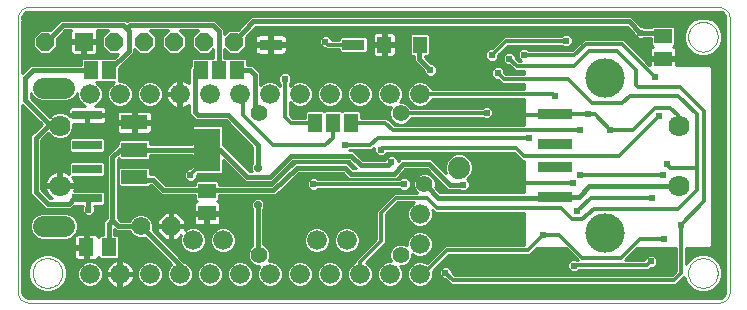
<source format=gtl>
G75*
%MOIN*%
%OFA0B0*%
%FSLAX24Y24*%
%IPPOS*%
%LPD*%
%AMOC8*
5,1,8,0,0,1.08239X$1,22.5*
%
%ADD10C,0.0000*%
%ADD11OC8,0.0620*%
%ADD12C,0.0620*%
%ADD13R,0.0591X0.0512*%
%ADD14R,0.0512X0.0591*%
%ADD15R,0.0760X0.0380*%
%ADD16R,0.0880X0.0480*%
%ADD17R,0.0866X0.1417*%
%ADD18R,0.1181X0.0354*%
%ADD19C,0.1310*%
%ADD20R,0.0472X0.0551*%
%ADD21C,0.0740*%
%ADD22C,0.0554*%
%ADD23C,0.0660*%
%ADD24C,0.0705*%
%ADD25OC8,0.0600*%
%ADD26R,0.0600X0.0600*%
%ADD27R,0.0984X0.0315*%
%ADD28C,0.0700*%
%ADD29R,0.0460X0.0630*%
%ADD30C,0.0160*%
%ADD31C,0.0120*%
%ADD32C,0.0240*%
%ADD33C,0.0100*%
%ADD34OC8,0.0240*%
D10*
X005880Y000515D02*
X005880Y009649D01*
X005879Y009649D02*
X005877Y009686D01*
X005879Y009723D01*
X005884Y009760D01*
X005894Y009796D01*
X005907Y009831D01*
X005924Y009865D01*
X005944Y009896D01*
X005967Y009925D01*
X005994Y009952D01*
X006022Y009976D01*
X006054Y009996D01*
X006087Y010013D01*
X006122Y010027D01*
X006158Y010037D01*
X006195Y010043D01*
X029207Y010043D01*
X029244Y010045D01*
X029281Y010043D01*
X029318Y010038D01*
X029354Y010028D01*
X029389Y010015D01*
X029423Y009998D01*
X029454Y009978D01*
X029483Y009955D01*
X029510Y009928D01*
X029534Y009900D01*
X029554Y009868D01*
X029571Y009835D01*
X029585Y009800D01*
X029595Y009764D01*
X029601Y009727D01*
X029601Y009728D02*
X029601Y000594D01*
X029601Y000593D02*
X029603Y000556D01*
X029601Y000519D01*
X029596Y000482D01*
X029586Y000446D01*
X029573Y000411D01*
X029556Y000377D01*
X029536Y000346D01*
X029513Y000317D01*
X029486Y000290D01*
X029458Y000266D01*
X029426Y000246D01*
X029393Y000229D01*
X029358Y000215D01*
X029322Y000205D01*
X029285Y000199D01*
X029286Y000200D02*
X006274Y000200D01*
X006273Y000199D02*
X006238Y000197D01*
X006203Y000198D01*
X006169Y000203D01*
X006135Y000211D01*
X006102Y000222D01*
X006070Y000237D01*
X006039Y000255D01*
X006011Y000275D01*
X005985Y000298D01*
X005961Y000324D01*
X005940Y000352D01*
X005921Y000382D01*
X005906Y000413D01*
X005894Y000446D01*
X005885Y000480D01*
X005879Y000515D01*
X006372Y001184D02*
X006374Y001228D01*
X006380Y001272D01*
X006390Y001315D01*
X006403Y001357D01*
X006421Y001397D01*
X006442Y001436D01*
X006466Y001473D01*
X006493Y001508D01*
X006524Y001540D01*
X006557Y001569D01*
X006593Y001595D01*
X006631Y001617D01*
X006671Y001636D01*
X006712Y001652D01*
X006755Y001664D01*
X006798Y001672D01*
X006842Y001676D01*
X006886Y001676D01*
X006930Y001672D01*
X006973Y001664D01*
X007016Y001652D01*
X007057Y001636D01*
X007097Y001617D01*
X007135Y001595D01*
X007171Y001569D01*
X007204Y001540D01*
X007235Y001508D01*
X007262Y001473D01*
X007286Y001436D01*
X007307Y001397D01*
X007325Y001357D01*
X007338Y001315D01*
X007348Y001272D01*
X007354Y001228D01*
X007356Y001184D01*
X007354Y001140D01*
X007348Y001096D01*
X007338Y001053D01*
X007325Y001011D01*
X007307Y000971D01*
X007286Y000932D01*
X007262Y000895D01*
X007235Y000860D01*
X007204Y000828D01*
X007171Y000799D01*
X007135Y000773D01*
X007097Y000751D01*
X007057Y000732D01*
X007016Y000716D01*
X006973Y000704D01*
X006930Y000696D01*
X006886Y000692D01*
X006842Y000692D01*
X006798Y000696D01*
X006755Y000704D01*
X006712Y000716D01*
X006671Y000732D01*
X006631Y000751D01*
X006593Y000773D01*
X006557Y000799D01*
X006524Y000828D01*
X006493Y000860D01*
X006466Y000895D01*
X006442Y000932D01*
X006421Y000971D01*
X006403Y001011D01*
X006390Y001053D01*
X006380Y001096D01*
X006374Y001140D01*
X006372Y001184D01*
X006609Y002747D02*
X006611Y002772D01*
X006617Y002796D01*
X006626Y002818D01*
X006639Y002839D01*
X006655Y002858D01*
X006674Y002874D01*
X006695Y002887D01*
X006717Y002896D01*
X006741Y002902D01*
X006766Y002904D01*
X006791Y002902D01*
X006815Y002896D01*
X006837Y002887D01*
X006858Y002874D01*
X006877Y002858D01*
X006893Y002839D01*
X006906Y002818D01*
X006915Y002796D01*
X006921Y002772D01*
X006923Y002747D01*
X006921Y002722D01*
X006915Y002698D01*
X006906Y002676D01*
X006893Y002655D01*
X006877Y002636D01*
X006858Y002620D01*
X006837Y002607D01*
X006815Y002598D01*
X006791Y002592D01*
X006766Y002590D01*
X006741Y002592D01*
X006717Y002598D01*
X006695Y002607D01*
X006674Y002620D01*
X006655Y002636D01*
X006639Y002655D01*
X006626Y002676D01*
X006617Y002698D01*
X006611Y002722D01*
X006609Y002747D01*
X006766Y002747D02*
X006768Y002772D01*
X006774Y002796D01*
X006783Y002818D01*
X006796Y002839D01*
X006812Y002858D01*
X006831Y002874D01*
X006852Y002887D01*
X006874Y002896D01*
X006898Y002902D01*
X006923Y002904D01*
X006948Y002902D01*
X006972Y002896D01*
X006994Y002887D01*
X007015Y002874D01*
X007034Y002858D01*
X007050Y002839D01*
X007063Y002818D01*
X007072Y002796D01*
X007078Y002772D01*
X007080Y002747D01*
X007078Y002722D01*
X007072Y002698D01*
X007063Y002676D01*
X007050Y002655D01*
X007034Y002636D01*
X007015Y002620D01*
X006994Y002607D01*
X006972Y002598D01*
X006948Y002592D01*
X006923Y002590D01*
X006898Y002592D01*
X006874Y002598D01*
X006852Y002607D01*
X006831Y002620D01*
X006812Y002636D01*
X006796Y002655D01*
X006783Y002676D01*
X006774Y002698D01*
X006768Y002722D01*
X006766Y002747D01*
X007081Y002747D02*
X007083Y002772D01*
X007089Y002796D01*
X007098Y002818D01*
X007111Y002839D01*
X007127Y002858D01*
X007146Y002874D01*
X007167Y002887D01*
X007189Y002896D01*
X007213Y002902D01*
X007238Y002904D01*
X007263Y002902D01*
X007287Y002896D01*
X007309Y002887D01*
X007330Y002874D01*
X007349Y002858D01*
X007365Y002839D01*
X007378Y002818D01*
X007387Y002796D01*
X007393Y002772D01*
X007395Y002747D01*
X007393Y002722D01*
X007387Y002698D01*
X007378Y002676D01*
X007365Y002655D01*
X007349Y002636D01*
X007330Y002620D01*
X007309Y002607D01*
X007287Y002598D01*
X007263Y002592D01*
X007238Y002590D01*
X007213Y002592D01*
X007189Y002598D01*
X007167Y002607D01*
X007146Y002620D01*
X007127Y002636D01*
X007111Y002655D01*
X007098Y002676D01*
X007089Y002698D01*
X007083Y002722D01*
X007081Y002747D01*
X007239Y002747D02*
X007241Y002772D01*
X007247Y002796D01*
X007256Y002818D01*
X007269Y002839D01*
X007285Y002858D01*
X007304Y002874D01*
X007325Y002887D01*
X007347Y002896D01*
X007371Y002902D01*
X007396Y002904D01*
X007421Y002902D01*
X007445Y002896D01*
X007467Y002887D01*
X007488Y002874D01*
X007507Y002858D01*
X007523Y002839D01*
X007536Y002818D01*
X007545Y002796D01*
X007551Y002772D01*
X007553Y002747D01*
X007551Y002722D01*
X007545Y002698D01*
X007536Y002676D01*
X007523Y002655D01*
X007507Y002636D01*
X007488Y002620D01*
X007467Y002607D01*
X007445Y002598D01*
X007421Y002592D01*
X007396Y002590D01*
X007371Y002592D01*
X007347Y002598D01*
X007325Y002607D01*
X007304Y002620D01*
X007285Y002636D01*
X007269Y002655D01*
X007256Y002676D01*
X007247Y002698D01*
X007241Y002722D01*
X007239Y002747D01*
X007081Y007353D02*
X007083Y007378D01*
X007089Y007402D01*
X007098Y007424D01*
X007111Y007445D01*
X007127Y007464D01*
X007146Y007480D01*
X007167Y007493D01*
X007189Y007502D01*
X007213Y007508D01*
X007238Y007510D01*
X007263Y007508D01*
X007287Y007502D01*
X007309Y007493D01*
X007330Y007480D01*
X007349Y007464D01*
X007365Y007445D01*
X007378Y007424D01*
X007387Y007402D01*
X007393Y007378D01*
X007395Y007353D01*
X007393Y007328D01*
X007387Y007304D01*
X007378Y007282D01*
X007365Y007261D01*
X007349Y007242D01*
X007330Y007226D01*
X007309Y007213D01*
X007287Y007204D01*
X007263Y007198D01*
X007238Y007196D01*
X007213Y007198D01*
X007189Y007204D01*
X007167Y007213D01*
X007146Y007226D01*
X007127Y007242D01*
X007111Y007261D01*
X007098Y007282D01*
X007089Y007304D01*
X007083Y007328D01*
X007081Y007353D01*
X006766Y007353D02*
X006768Y007378D01*
X006774Y007402D01*
X006783Y007424D01*
X006796Y007445D01*
X006812Y007464D01*
X006831Y007480D01*
X006852Y007493D01*
X006874Y007502D01*
X006898Y007508D01*
X006923Y007510D01*
X006948Y007508D01*
X006972Y007502D01*
X006994Y007493D01*
X007015Y007480D01*
X007034Y007464D01*
X007050Y007445D01*
X007063Y007424D01*
X007072Y007402D01*
X007078Y007378D01*
X007080Y007353D01*
X007078Y007328D01*
X007072Y007304D01*
X007063Y007282D01*
X007050Y007261D01*
X007034Y007242D01*
X007015Y007226D01*
X006994Y007213D01*
X006972Y007204D01*
X006948Y007198D01*
X006923Y007196D01*
X006898Y007198D01*
X006874Y007204D01*
X006852Y007213D01*
X006831Y007226D01*
X006812Y007242D01*
X006796Y007261D01*
X006783Y007282D01*
X006774Y007304D01*
X006768Y007328D01*
X006766Y007353D01*
X006609Y007353D02*
X006611Y007378D01*
X006617Y007402D01*
X006626Y007424D01*
X006639Y007445D01*
X006655Y007464D01*
X006674Y007480D01*
X006695Y007493D01*
X006717Y007502D01*
X006741Y007508D01*
X006766Y007510D01*
X006791Y007508D01*
X006815Y007502D01*
X006837Y007493D01*
X006858Y007480D01*
X006877Y007464D01*
X006893Y007445D01*
X006906Y007424D01*
X006915Y007402D01*
X006921Y007378D01*
X006923Y007353D01*
X006921Y007328D01*
X006915Y007304D01*
X006906Y007282D01*
X006893Y007261D01*
X006877Y007242D01*
X006858Y007226D01*
X006837Y007213D01*
X006815Y007204D01*
X006791Y007198D01*
X006766Y007196D01*
X006741Y007198D01*
X006717Y007204D01*
X006695Y007213D01*
X006674Y007226D01*
X006655Y007242D01*
X006639Y007261D01*
X006626Y007282D01*
X006617Y007304D01*
X006611Y007328D01*
X006609Y007353D01*
X007239Y007353D02*
X007241Y007378D01*
X007247Y007402D01*
X007256Y007424D01*
X007269Y007445D01*
X007285Y007464D01*
X007304Y007480D01*
X007325Y007493D01*
X007347Y007502D01*
X007371Y007508D01*
X007396Y007510D01*
X007421Y007508D01*
X007445Y007502D01*
X007467Y007493D01*
X007488Y007480D01*
X007507Y007464D01*
X007523Y007445D01*
X007536Y007424D01*
X007545Y007402D01*
X007551Y007378D01*
X007553Y007353D01*
X007551Y007328D01*
X007545Y007304D01*
X007536Y007282D01*
X007523Y007261D01*
X007507Y007242D01*
X007488Y007226D01*
X007467Y007213D01*
X007445Y007204D01*
X007421Y007198D01*
X007396Y007196D01*
X007371Y007198D01*
X007347Y007204D01*
X007325Y007213D01*
X007304Y007226D01*
X007285Y007242D01*
X007269Y007261D01*
X007256Y007282D01*
X007247Y007304D01*
X007241Y007328D01*
X007239Y007353D01*
X028223Y009058D02*
X028225Y009102D01*
X028231Y009146D01*
X028241Y009189D01*
X028254Y009231D01*
X028272Y009271D01*
X028293Y009310D01*
X028317Y009347D01*
X028344Y009382D01*
X028375Y009414D01*
X028408Y009443D01*
X028444Y009469D01*
X028482Y009491D01*
X028522Y009510D01*
X028563Y009526D01*
X028606Y009538D01*
X028649Y009546D01*
X028693Y009550D01*
X028737Y009550D01*
X028781Y009546D01*
X028824Y009538D01*
X028867Y009526D01*
X028908Y009510D01*
X028948Y009491D01*
X028986Y009469D01*
X029022Y009443D01*
X029055Y009414D01*
X029086Y009382D01*
X029113Y009347D01*
X029137Y009310D01*
X029158Y009271D01*
X029176Y009231D01*
X029189Y009189D01*
X029199Y009146D01*
X029205Y009102D01*
X029207Y009058D01*
X029205Y009014D01*
X029199Y008970D01*
X029189Y008927D01*
X029176Y008885D01*
X029158Y008845D01*
X029137Y008806D01*
X029113Y008769D01*
X029086Y008734D01*
X029055Y008702D01*
X029022Y008673D01*
X028986Y008647D01*
X028948Y008625D01*
X028908Y008606D01*
X028867Y008590D01*
X028824Y008578D01*
X028781Y008570D01*
X028737Y008566D01*
X028693Y008566D01*
X028649Y008570D01*
X028606Y008578D01*
X028563Y008590D01*
X028522Y008606D01*
X028482Y008625D01*
X028444Y008647D01*
X028408Y008673D01*
X028375Y008702D01*
X028344Y008734D01*
X028317Y008769D01*
X028293Y008806D01*
X028272Y008845D01*
X028254Y008885D01*
X028241Y008927D01*
X028231Y008970D01*
X028225Y009014D01*
X028223Y009058D01*
X028223Y001184D02*
X028225Y001228D01*
X028231Y001272D01*
X028241Y001315D01*
X028254Y001357D01*
X028272Y001397D01*
X028293Y001436D01*
X028317Y001473D01*
X028344Y001508D01*
X028375Y001540D01*
X028408Y001569D01*
X028444Y001595D01*
X028482Y001617D01*
X028522Y001636D01*
X028563Y001652D01*
X028606Y001664D01*
X028649Y001672D01*
X028693Y001676D01*
X028737Y001676D01*
X028781Y001672D01*
X028824Y001664D01*
X028867Y001652D01*
X028908Y001636D01*
X028948Y001617D01*
X028986Y001595D01*
X029022Y001569D01*
X029055Y001540D01*
X029086Y001508D01*
X029113Y001473D01*
X029137Y001436D01*
X029158Y001397D01*
X029176Y001357D01*
X029189Y001315D01*
X029199Y001272D01*
X029205Y001228D01*
X029207Y001184D01*
X029205Y001140D01*
X029199Y001096D01*
X029189Y001053D01*
X029176Y001011D01*
X029158Y000971D01*
X029137Y000932D01*
X029113Y000895D01*
X029086Y000860D01*
X029055Y000828D01*
X029022Y000799D01*
X028986Y000773D01*
X028948Y000751D01*
X028908Y000732D01*
X028867Y000716D01*
X028824Y000704D01*
X028781Y000696D01*
X028737Y000692D01*
X028693Y000692D01*
X028649Y000696D01*
X028606Y000704D01*
X028563Y000716D01*
X028522Y000732D01*
X028482Y000751D01*
X028444Y000773D01*
X028408Y000799D01*
X028375Y000828D01*
X028344Y000860D01*
X028317Y000895D01*
X028293Y000932D01*
X028272Y000971D01*
X028254Y001011D01*
X028241Y001053D01*
X028231Y001096D01*
X028225Y001140D01*
X028223Y001184D01*
D11*
X010980Y002750D03*
D12*
X009980Y002750D03*
D13*
X012180Y003176D03*
X012180Y003924D03*
X027380Y008326D03*
X027380Y009074D03*
D14*
X008904Y002050D03*
X008156Y002050D03*
D15*
X014305Y008800D03*
X017055Y008800D03*
D16*
X009760Y006210D03*
X009760Y005300D03*
X009760Y004390D03*
D17*
X012200Y005300D03*
D18*
X023791Y005494D03*
X023791Y004706D03*
X023791Y003722D03*
X023791Y006478D03*
D19*
X025449Y007685D03*
X025449Y002515D03*
D20*
X019271Y008800D03*
X018090Y008800D03*
D21*
X020580Y004700D03*
D22*
X019430Y004147D03*
X018642Y001785D03*
X013918Y001785D03*
X013918Y006509D03*
X018642Y006509D03*
D23*
X018280Y007150D03*
X017280Y007150D03*
X016280Y007150D03*
X015280Y007150D03*
X014280Y007150D03*
X013280Y007150D03*
X012280Y007150D03*
X011280Y007150D03*
X010280Y007150D03*
X009280Y007150D03*
X008280Y007150D03*
X019280Y007150D03*
X019280Y003150D03*
X019280Y002150D03*
X019280Y001150D03*
X018280Y001150D03*
X017280Y001150D03*
X016280Y001150D03*
X015280Y001150D03*
X014280Y001150D03*
X013280Y001150D03*
X012280Y001150D03*
X011280Y001150D03*
X010280Y001150D03*
X009280Y001150D03*
X008280Y001150D03*
X011718Y002275D03*
X012718Y002275D03*
X015843Y002275D03*
X016843Y002275D03*
D24*
X007280Y004100D03*
X007280Y006100D03*
X027930Y006100D03*
X027930Y004100D03*
D25*
X013080Y008900D03*
X012080Y008900D03*
X011080Y008900D03*
X010080Y008900D03*
X009080Y008900D03*
X006780Y008900D03*
D26*
X008080Y008900D03*
D27*
X008191Y006448D03*
X008191Y005454D03*
X008191Y004646D03*
X008191Y003672D03*
D28*
X007431Y002747D02*
X006731Y002747D01*
X006731Y007353D02*
X007431Y007353D01*
D29*
X008330Y007950D03*
X008930Y007950D03*
X011980Y007950D03*
X012580Y007950D03*
X013180Y007950D03*
X015780Y006200D03*
X016380Y006200D03*
X016980Y006200D03*
D30*
X016980Y005100D02*
X014980Y005100D01*
X014280Y004400D01*
X013530Y004400D01*
X012630Y005300D01*
X012200Y005300D01*
X009760Y005300D01*
X009280Y005300D01*
X009030Y005050D01*
X009030Y002950D01*
X009230Y002750D01*
X009980Y002750D01*
X011280Y001450D01*
X011280Y001150D01*
X008904Y002050D02*
X008904Y002824D01*
X009030Y002950D01*
X008230Y003300D02*
X008230Y003672D01*
X008191Y003672D01*
X007752Y003672D01*
X007580Y003500D01*
X006880Y003500D01*
X006480Y003900D01*
X006480Y005700D01*
X006880Y006100D01*
X006880Y006200D01*
X006130Y006950D01*
X006130Y007700D01*
X006380Y007950D01*
X008330Y007950D01*
X008930Y007950D02*
X009580Y008600D01*
X009580Y009250D01*
X009505Y009325D01*
X009630Y009450D01*
X012380Y009450D01*
X012580Y009250D01*
X012580Y007950D01*
X011980Y007950D02*
X011780Y007950D01*
X011780Y006550D01*
X011880Y006450D01*
X012880Y006450D01*
X013880Y005450D01*
X013880Y004700D01*
X014380Y003950D02*
X015180Y004700D01*
X016780Y004700D01*
X016980Y004500D01*
X018430Y004500D01*
X018705Y004825D01*
X019580Y004825D01*
X020280Y004125D01*
X020730Y004125D01*
X019880Y003700D02*
X023755Y003700D01*
X023791Y003722D02*
X024580Y003725D01*
X024930Y004075D01*
X027880Y004075D01*
X027930Y004100D01*
X019880Y003700D02*
X019505Y004075D01*
X019430Y004147D01*
X018330Y004900D02*
X018205Y004775D01*
X017305Y004775D01*
X016980Y005100D01*
X014380Y003950D02*
X012255Y003950D01*
X012130Y003950D02*
X010730Y003950D01*
X010380Y004300D01*
X009850Y004300D01*
X009760Y004390D01*
X013880Y003450D02*
X013880Y001823D01*
X013918Y001785D01*
X007280Y006100D02*
X006880Y006100D01*
X013180Y007950D02*
X013630Y007950D01*
X013780Y007800D01*
X013780Y006700D01*
X013780Y006647D01*
X013918Y006509D01*
X019255Y008325D02*
X019630Y007950D01*
X019255Y008325D02*
X019255Y008700D01*
X013730Y009575D02*
X013080Y008900D01*
X013730Y009575D02*
X026255Y009575D01*
X026630Y009200D01*
X027380Y009200D01*
X027380Y009074D01*
X009505Y009325D02*
X009380Y009450D01*
X007380Y009450D01*
X006830Y008900D01*
X006780Y008900D01*
D31*
X013280Y007150D02*
X013380Y007050D01*
X013380Y006450D01*
X014380Y005450D01*
X016130Y005450D01*
X016380Y005700D01*
X016380Y006200D01*
X015780Y006200D02*
X014980Y006200D01*
X014780Y006400D01*
X014780Y007650D01*
X016130Y008900D02*
X016230Y008800D01*
X017055Y008800D01*
X019255Y008700D02*
X019271Y008800D01*
X021680Y008450D02*
X022155Y008925D01*
X024155Y008925D01*
X024430Y008450D02*
X024805Y008825D01*
X026005Y008825D01*
X027105Y007725D01*
X026555Y007375D02*
X026480Y007450D01*
X026480Y007950D01*
X025855Y008575D01*
X024930Y008575D01*
X024430Y008075D01*
X022505Y008075D01*
X022255Y008325D01*
X022755Y008450D02*
X024430Y008450D01*
X024230Y007650D02*
X022080Y007650D01*
X021880Y007850D01*
X023730Y007150D02*
X019280Y007150D01*
X018642Y006509D02*
X021490Y006509D01*
X021505Y006525D01*
X021630Y006200D02*
X021880Y006450D01*
X023763Y006450D01*
X023791Y006478D01*
X024880Y006478D01*
X025102Y006478D01*
X025630Y005950D01*
X026380Y005950D01*
X027130Y006700D01*
X027630Y006700D01*
X027880Y006450D01*
X027880Y006150D01*
X027930Y006100D01*
X027255Y006425D02*
X025905Y005075D01*
X022905Y005075D01*
X022755Y005075D01*
X022480Y005350D01*
X018030Y005350D01*
X017980Y005300D01*
X017630Y005450D02*
X016780Y005450D01*
X017630Y005450D02*
X017880Y005700D01*
X022905Y005700D01*
X024630Y005950D02*
X018380Y005950D01*
X018130Y006200D01*
X016980Y006200D01*
X012200Y005300D02*
X012130Y005230D01*
X012130Y004950D01*
X011630Y004450D01*
X012130Y003950D02*
X012180Y003924D01*
X012255Y003950D01*
X015730Y004150D02*
X018755Y004150D01*
X018480Y003700D02*
X017980Y003200D01*
X017980Y002250D01*
X017280Y001550D01*
X017280Y001150D01*
X019280Y001150D02*
X019380Y001150D01*
X020180Y001950D01*
X022880Y001950D01*
X023380Y002450D01*
X023930Y002450D01*
X024680Y001700D01*
X025980Y001700D01*
X026605Y002325D01*
X027405Y002325D01*
X027980Y002800D02*
X028755Y003575D01*
X028755Y006575D01*
X027955Y007375D01*
X026555Y007375D01*
X026280Y007100D02*
X026030Y006850D01*
X025030Y006850D01*
X024230Y007650D01*
X023730Y007150D02*
X023780Y007100D01*
X026280Y007100D02*
X027880Y007100D01*
X028505Y006475D01*
X028505Y004700D01*
X028505Y003950D01*
X027880Y003325D01*
X025080Y003325D01*
X024680Y002975D01*
X024355Y002975D01*
X023980Y003350D01*
X019855Y003350D01*
X019505Y003700D01*
X018480Y003700D01*
X021880Y004200D02*
X024380Y004200D01*
X024630Y004450D02*
X027380Y004450D01*
X027630Y004700D02*
X027505Y004825D01*
X027630Y004700D02*
X028505Y004700D01*
X027005Y003700D02*
X024980Y003700D01*
X024530Y003250D01*
X023791Y003722D02*
X023755Y003700D01*
X027980Y002800D02*
X027980Y001175D01*
X027755Y000950D01*
X020380Y000950D01*
X020130Y001200D01*
X024405Y001425D02*
X024430Y001450D01*
X026855Y001450D01*
X026980Y001575D01*
X010380Y006200D02*
X009770Y006200D01*
X009760Y006210D01*
D32*
X010380Y006200D03*
X014780Y007650D03*
X016130Y008900D03*
X019630Y007950D03*
X021680Y008450D03*
X022255Y008325D03*
X022755Y008450D03*
X024155Y008925D03*
X026630Y009200D03*
X027105Y007725D03*
X024880Y006478D03*
X024630Y005950D03*
X025630Y005950D03*
X027255Y006425D03*
X023780Y007100D03*
X021880Y007850D03*
X021505Y006525D03*
X021630Y006200D03*
X022905Y005700D03*
X024630Y004450D03*
X024380Y004200D03*
X024530Y003250D03*
X023380Y002450D03*
X021630Y002950D03*
X021880Y004200D03*
X020730Y004125D03*
X018755Y004150D03*
X018330Y004900D03*
X017980Y005300D03*
X016780Y005450D03*
X015730Y004150D03*
X011630Y004450D03*
X008230Y003300D03*
X020130Y001200D03*
X024405Y001425D03*
X026980Y001575D03*
X027405Y002325D03*
X027980Y002800D03*
X027005Y003700D03*
X027380Y004450D03*
X027505Y004825D03*
D33*
X029010Y004830D02*
X029451Y004830D01*
X029451Y004928D02*
X029010Y004928D01*
X029010Y005027D02*
X029451Y005027D01*
X029451Y005125D02*
X029010Y005125D01*
X029010Y005224D02*
X029451Y005224D01*
X029451Y005322D02*
X029010Y005322D01*
X029010Y005421D02*
X029451Y005421D01*
X029451Y005519D02*
X029010Y005519D01*
X029010Y005618D02*
X029451Y005618D01*
X029451Y005716D02*
X029010Y005716D01*
X029010Y005815D02*
X029451Y005815D01*
X029451Y005913D02*
X029010Y005913D01*
X029010Y006012D02*
X029451Y006012D01*
X029451Y006110D02*
X029010Y006110D01*
X029010Y006209D02*
X029451Y006209D01*
X029451Y006307D02*
X029010Y006307D01*
X029010Y006406D02*
X029451Y006406D01*
X029451Y006504D02*
X029010Y006504D01*
X029010Y006603D02*
X029451Y006603D01*
X029451Y006701D02*
X029010Y006701D01*
X029010Y006800D02*
X029451Y006800D01*
X029451Y006898D02*
X029010Y006898D01*
X029010Y006997D02*
X029451Y006997D01*
X029451Y007095D02*
X029010Y007095D01*
X029010Y007194D02*
X029451Y007194D01*
X029451Y007292D02*
X029010Y007292D01*
X029010Y007391D02*
X029451Y007391D01*
X029451Y007489D02*
X029010Y007489D01*
X029010Y007588D02*
X029451Y007588D01*
X029451Y007686D02*
X029010Y007686D01*
X029010Y007785D02*
X029451Y007785D01*
X029451Y007883D02*
X029010Y007883D01*
X029010Y007982D02*
X029451Y007982D01*
X029451Y008080D02*
X028984Y008080D01*
X029010Y008054D02*
X028934Y008130D01*
X027825Y008130D01*
X027825Y008276D01*
X027430Y008276D01*
X027430Y008376D01*
X027825Y008376D01*
X027825Y008602D01*
X027815Y008640D01*
X027795Y008674D01*
X027768Y008702D01*
X027733Y008722D01*
X027723Y008724D01*
X027775Y008777D01*
X027775Y009371D01*
X027717Y009430D01*
X027043Y009430D01*
X026994Y009380D01*
X026761Y009380D01*
X026721Y009420D01*
X026665Y009420D01*
X026330Y009755D01*
X013803Y009755D01*
X013801Y009756D01*
X013728Y009755D01*
X013656Y009755D01*
X013654Y009754D01*
X013652Y009754D01*
X013602Y009701D01*
X013550Y009650D01*
X013550Y009648D01*
X013215Y009300D01*
X012914Y009300D01*
X012760Y009146D01*
X012760Y009325D01*
X012560Y009525D01*
X012455Y009630D01*
X009556Y009630D01*
X009505Y009580D01*
X009455Y009630D01*
X007306Y009630D01*
X007200Y009525D01*
X006961Y009285D01*
X006946Y009300D01*
X006614Y009300D01*
X006380Y009066D01*
X006380Y008734D01*
X006614Y008500D01*
X006946Y008500D01*
X007180Y008734D01*
X007180Y008995D01*
X007455Y009270D01*
X007647Y009270D01*
X007640Y009258D01*
X007630Y009220D01*
X007630Y008950D01*
X008030Y008950D01*
X008030Y008850D01*
X007630Y008850D01*
X007630Y008580D01*
X007640Y008542D01*
X007660Y008508D01*
X007688Y008480D01*
X007722Y008460D01*
X007760Y008450D01*
X008030Y008450D01*
X008030Y008850D01*
X008130Y008850D01*
X008130Y008450D01*
X008400Y008450D01*
X008438Y008460D01*
X008472Y008480D01*
X008500Y008508D01*
X008520Y008542D01*
X008530Y008580D01*
X008530Y008850D01*
X008130Y008850D01*
X008130Y008950D01*
X008530Y008950D01*
X008530Y009220D01*
X008520Y009258D01*
X008513Y009270D01*
X008884Y009270D01*
X008680Y009066D01*
X008680Y008734D01*
X008914Y008500D01*
X009226Y008500D01*
X009091Y008365D01*
X008659Y008365D01*
X008630Y008336D01*
X008602Y008365D01*
X008059Y008365D01*
X008000Y008306D01*
X008000Y008130D01*
X006306Y008130D01*
X006056Y007880D01*
X006030Y007855D01*
X006030Y009596D01*
X006036Y009604D01*
X006030Y009657D01*
X006030Y009711D01*
X006030Y009719D01*
X006073Y009817D01*
X006159Y009881D01*
X006208Y009893D01*
X029154Y009893D01*
X029162Y009887D01*
X029215Y009893D01*
X029269Y009893D01*
X029341Y009872D01*
X029404Y009821D01*
X029443Y009751D01*
X029451Y009715D01*
X029451Y000646D01*
X029445Y000639D01*
X029451Y000585D01*
X029451Y000532D01*
X029430Y000459D01*
X029379Y000396D01*
X029309Y000357D01*
X029273Y000350D01*
X006326Y000350D01*
X006319Y000356D01*
X006266Y000350D01*
X006212Y000350D01*
X006139Y000371D01*
X006076Y000421D01*
X006038Y000492D01*
X006030Y000527D01*
X006030Y006795D01*
X006676Y006150D01*
X006406Y005880D01*
X006300Y005775D01*
X006300Y003825D01*
X006700Y003425D01*
X006806Y003320D01*
X007655Y003320D01*
X007749Y003415D01*
X008034Y003415D01*
X008010Y003391D01*
X008010Y003209D01*
X008139Y003080D01*
X008321Y003080D01*
X008450Y003209D01*
X008450Y003391D01*
X008427Y003415D01*
X008725Y003415D01*
X008783Y003473D01*
X008783Y003871D01*
X008725Y003930D01*
X007753Y003930D01*
X007770Y003982D01*
X007781Y004050D01*
X007330Y004050D01*
X007330Y004150D01*
X007230Y004150D01*
X007230Y004050D01*
X006779Y004050D01*
X006790Y003982D01*
X006814Y003907D01*
X006850Y003837D01*
X006897Y003773D01*
X006953Y003717D01*
X007003Y003680D01*
X006955Y003680D01*
X006660Y003975D01*
X006660Y005625D01*
X006891Y005857D01*
X006897Y005844D01*
X007024Y005716D01*
X007190Y005648D01*
X007370Y005648D01*
X007536Y005716D01*
X011667Y005716D01*
X011667Y005618D02*
X010264Y005618D01*
X010242Y005640D02*
X009279Y005640D01*
X009220Y005581D01*
X009220Y005480D01*
X009206Y005480D01*
X008956Y005230D01*
X008850Y005125D01*
X008850Y003025D01*
X008830Y003004D01*
X008724Y002899D01*
X008724Y002445D01*
X008607Y002445D01*
X008555Y002393D01*
X008552Y002403D01*
X008532Y002437D01*
X008504Y002465D01*
X008470Y002485D01*
X008432Y002495D01*
X008206Y002495D01*
X008206Y002100D01*
X008106Y002100D01*
X008106Y002000D01*
X007750Y002000D01*
X007750Y001735D01*
X007760Y001697D01*
X007780Y001663D01*
X007808Y001635D01*
X007842Y001615D01*
X007880Y001605D01*
X008106Y001605D01*
X008106Y002000D01*
X008206Y002000D01*
X008206Y001605D01*
X008432Y001605D01*
X008470Y001615D01*
X008504Y001635D01*
X008532Y001663D01*
X008552Y001697D01*
X008555Y001707D01*
X008607Y001655D01*
X009201Y001655D01*
X009260Y001713D01*
X009260Y002387D01*
X009201Y002445D01*
X009084Y002445D01*
X009084Y002641D01*
X009156Y002570D01*
X009611Y002570D01*
X009633Y002518D01*
X009748Y002402D01*
X009899Y002340D01*
X010062Y002340D01*
X010114Y002362D01*
X010999Y001477D01*
X010916Y001394D01*
X010850Y001236D01*
X010850Y001064D01*
X010916Y000906D01*
X011037Y000785D01*
X011195Y000720D01*
X011366Y000720D01*
X011524Y000785D01*
X011645Y000906D01*
X011710Y001064D01*
X011710Y001236D01*
X011645Y001394D01*
X011524Y001515D01*
X011432Y001552D01*
X011355Y001630D01*
X010369Y002616D01*
X010390Y002668D01*
X010390Y002832D01*
X010328Y002982D01*
X010212Y003098D01*
X010062Y003160D01*
X009899Y003160D01*
X009748Y003098D01*
X009633Y002982D01*
X009611Y002930D01*
X009305Y002930D01*
X009210Y003025D01*
X009210Y004975D01*
X009237Y005002D01*
X009279Y004960D01*
X010242Y004960D01*
X010300Y005019D01*
X010300Y005120D01*
X011667Y005120D01*
X011667Y004713D01*
X011624Y004670D01*
X011539Y004670D01*
X011410Y004541D01*
X011410Y004359D01*
X011539Y004230D01*
X011721Y004230D01*
X011850Y004359D01*
X011850Y004444D01*
X011898Y004491D01*
X012675Y004491D01*
X012733Y004550D01*
X012733Y004942D01*
X013350Y004325D01*
X013456Y004220D01*
X014355Y004220D01*
X015055Y004920D01*
X016906Y004920D01*
X017125Y004700D01*
X017146Y004680D01*
X017055Y004680D01*
X016855Y004880D01*
X015183Y004880D01*
X015111Y004882D01*
X015109Y004880D01*
X015106Y004880D01*
X015055Y004829D01*
X014309Y004130D01*
X012575Y004130D01*
X012575Y004221D01*
X012517Y004280D01*
X011843Y004280D01*
X011785Y004221D01*
X011785Y004130D01*
X010805Y004130D01*
X010560Y004375D01*
X010455Y004480D01*
X010300Y004480D01*
X010300Y004671D01*
X010242Y004730D01*
X009279Y004730D01*
X009220Y004671D01*
X009220Y004109D01*
X009279Y004050D01*
X010242Y004050D01*
X010300Y004109D01*
X010300Y004120D01*
X010306Y004120D01*
X010656Y003770D01*
X011785Y003770D01*
X011785Y003627D01*
X011837Y003574D01*
X011827Y003572D01*
X011793Y003552D01*
X011765Y003524D01*
X011745Y003490D01*
X011735Y003452D01*
X011735Y003226D01*
X012130Y003226D01*
X012130Y003126D01*
X011735Y003126D01*
X011735Y002900D01*
X011745Y002862D01*
X011765Y002828D01*
X011793Y002800D01*
X011827Y002780D01*
X011865Y002770D01*
X012130Y002770D01*
X012130Y003126D01*
X012230Y003126D01*
X012230Y002770D01*
X012495Y002770D01*
X012533Y002780D01*
X012568Y002800D01*
X012595Y002828D01*
X012615Y002862D01*
X012625Y002900D01*
X012625Y003126D01*
X012230Y003126D01*
X012230Y003226D01*
X012625Y003226D01*
X012625Y003452D01*
X012615Y003490D01*
X012595Y003524D01*
X012568Y003552D01*
X012533Y003572D01*
X012523Y003574D01*
X012575Y003627D01*
X012575Y003770D01*
X014377Y003770D01*
X014449Y003768D01*
X014451Y003770D01*
X014455Y003770D01*
X014505Y003821D01*
X015251Y004520D01*
X016706Y004520D01*
X016800Y004425D01*
X016906Y004320D01*
X018364Y004320D01*
X018371Y004314D01*
X018438Y004320D01*
X018505Y004320D01*
X018511Y004326D01*
X018519Y004327D01*
X018563Y004378D01*
X018610Y004425D01*
X018610Y004434D01*
X018789Y004645D01*
X019506Y004645D01*
X020100Y004050D01*
X020206Y003945D01*
X020599Y003945D01*
X020639Y003905D01*
X020821Y003905D01*
X020950Y004034D01*
X020950Y004216D01*
X020856Y004311D01*
X020979Y004434D01*
X021050Y004607D01*
X021050Y004793D01*
X020979Y004966D01*
X020846Y005098D01*
X020674Y005170D01*
X020487Y005170D01*
X020314Y005098D01*
X020182Y004966D01*
X020110Y004793D01*
X020110Y004607D01*
X020150Y004509D01*
X019655Y005005D01*
X018771Y005005D01*
X018765Y005011D01*
X018698Y005005D01*
X018631Y005005D01*
X018625Y004999D01*
X018616Y004998D01*
X018573Y004947D01*
X018550Y004925D01*
X018550Y004991D01*
X018421Y005120D01*
X018239Y005120D01*
X018110Y004991D01*
X018110Y004955D01*
X017380Y004955D01*
X017160Y005175D01*
X017055Y005280D01*
X016921Y005280D01*
X016931Y005290D01*
X017696Y005290D01*
X017760Y005354D01*
X017760Y005209D01*
X017889Y005080D01*
X018071Y005080D01*
X018181Y005190D01*
X022414Y005190D01*
X022595Y005009D01*
X022595Y005009D01*
X022689Y004915D01*
X022750Y004915D01*
X022750Y003880D01*
X019955Y003880D01*
X019794Y004041D01*
X019807Y004072D01*
X019807Y004222D01*
X019749Y004361D01*
X019643Y004467D01*
X019505Y004524D01*
X019355Y004524D01*
X019216Y004467D01*
X019110Y004361D01*
X019052Y004222D01*
X019052Y004072D01*
X019110Y003934D01*
X019183Y003860D01*
X018414Y003860D01*
X017914Y003360D01*
X017820Y003266D01*
X017820Y002316D01*
X017214Y001710D01*
X017120Y001616D01*
X017120Y001549D01*
X017037Y001515D01*
X016916Y001394D01*
X016850Y001236D01*
X016850Y001064D01*
X016916Y000906D01*
X017037Y000785D01*
X017195Y000720D01*
X017366Y000720D01*
X017524Y000785D01*
X017645Y000906D01*
X017710Y001064D01*
X017710Y001236D01*
X017645Y001394D01*
X017524Y001515D01*
X017486Y001530D01*
X018140Y002184D01*
X018140Y003134D01*
X018546Y003540D01*
X019098Y003540D01*
X019037Y003515D01*
X018916Y003394D01*
X018850Y003236D01*
X018850Y003064D01*
X018916Y002906D01*
X019037Y002785D01*
X019195Y002720D01*
X019366Y002720D01*
X019524Y002785D01*
X019645Y002906D01*
X019710Y003064D01*
X019710Y003236D01*
X019687Y003292D01*
X019695Y003284D01*
X019789Y003190D01*
X022750Y003190D01*
X022750Y002110D01*
X020114Y002110D01*
X019520Y001516D01*
X019366Y001580D01*
X019195Y001580D01*
X019037Y001515D01*
X018916Y001394D01*
X018850Y001236D01*
X018850Y001064D01*
X018916Y000906D01*
X019037Y000785D01*
X019195Y000720D01*
X019366Y000720D01*
X019524Y000785D01*
X019645Y000906D01*
X019710Y001064D01*
X019710Y001236D01*
X019705Y001248D01*
X020246Y001790D01*
X022946Y001790D01*
X023040Y001884D01*
X023176Y002020D01*
X024134Y002020D01*
X024520Y001634D01*
X024544Y001610D01*
X024531Y001610D01*
X024496Y001645D01*
X024314Y001645D01*
X024185Y001516D01*
X024185Y001334D01*
X024314Y001205D01*
X024496Y001205D01*
X024581Y001290D01*
X026921Y001290D01*
X026986Y001355D01*
X027071Y001355D01*
X027200Y001484D01*
X027200Y001666D01*
X027071Y001795D01*
X026889Y001795D01*
X026760Y001666D01*
X026760Y001610D01*
X026116Y001610D01*
X026526Y002020D01*
X027820Y002020D01*
X027820Y001241D01*
X027689Y001110D01*
X020446Y001110D01*
X020350Y001206D01*
X020350Y001291D01*
X020221Y001420D01*
X020039Y001420D01*
X019910Y001291D01*
X019910Y001109D01*
X020039Y000980D01*
X020124Y000980D01*
X020314Y000790D01*
X027821Y000790D01*
X027915Y000884D01*
X028077Y001046D01*
X028170Y000821D01*
X028351Y000640D01*
X028587Y000542D01*
X028843Y000542D01*
X029079Y000640D01*
X029259Y000821D01*
X029357Y001057D01*
X029357Y001312D01*
X029259Y001548D01*
X029079Y001729D01*
X028843Y001826D01*
X028587Y001826D01*
X028351Y001729D01*
X028170Y001548D01*
X028140Y001475D01*
X028140Y002020D01*
X028934Y002020D01*
X029010Y002096D01*
X029010Y008054D01*
X029451Y008179D02*
X027825Y008179D01*
X027430Y008277D02*
X029451Y008277D01*
X029451Y008376D02*
X027430Y008376D01*
X027330Y008376D02*
X026681Y008376D01*
X026582Y008474D02*
X026935Y008474D01*
X026935Y008376D02*
X027330Y008376D01*
X027330Y008276D01*
X026935Y008276D01*
X026935Y008130D01*
X026926Y008130D01*
X026071Y008985D01*
X024739Y008985D01*
X024645Y008891D01*
X024364Y008610D01*
X022906Y008610D01*
X022846Y008670D01*
X022664Y008670D01*
X022535Y008541D01*
X022535Y008359D01*
X022659Y008235D01*
X022571Y008235D01*
X022475Y008331D01*
X022475Y008416D01*
X022346Y008545D01*
X022164Y008545D01*
X022035Y008416D01*
X022035Y008234D01*
X022164Y008105D01*
X022249Y008105D01*
X022345Y008009D01*
X022439Y007915D01*
X022750Y007915D01*
X022750Y007810D01*
X022146Y007810D01*
X022100Y007856D01*
X022100Y007941D01*
X021971Y008070D01*
X021789Y008070D01*
X021660Y007941D01*
X021660Y007759D01*
X021789Y007630D01*
X021874Y007630D01*
X021920Y007584D01*
X022014Y007490D01*
X022750Y007490D01*
X022750Y007310D01*
X019679Y007310D01*
X019645Y007394D01*
X019524Y007515D01*
X019366Y007580D01*
X019195Y007580D01*
X019037Y007515D01*
X018916Y007394D01*
X018850Y007236D01*
X018850Y007064D01*
X018916Y006906D01*
X019037Y006785D01*
X019195Y006720D01*
X019366Y006720D01*
X019524Y006785D01*
X019645Y006906D01*
X019679Y006990D01*
X022750Y006990D01*
X022750Y006110D01*
X018446Y006110D01*
X018196Y006360D01*
X018064Y006360D01*
X017310Y006360D01*
X017310Y006556D01*
X017252Y006615D01*
X016709Y006615D01*
X016680Y006586D01*
X016652Y006615D01*
X016109Y006615D01*
X016080Y006586D01*
X016052Y006615D01*
X015509Y006615D01*
X015450Y006556D01*
X015450Y006360D01*
X015046Y006360D01*
X014940Y006466D01*
X014940Y006882D01*
X015037Y006785D01*
X015195Y006720D01*
X015366Y006720D01*
X015524Y006785D01*
X015645Y006906D01*
X015710Y007064D01*
X015710Y007236D01*
X015645Y007394D01*
X015524Y007515D01*
X015366Y007580D01*
X015195Y007580D01*
X015037Y007515D01*
X014940Y007418D01*
X014940Y007499D01*
X015000Y007559D01*
X015000Y007741D01*
X014871Y007870D01*
X014689Y007870D01*
X014560Y007741D01*
X014560Y007559D01*
X014620Y007499D01*
X014620Y007418D01*
X014524Y007515D01*
X014366Y007580D01*
X014195Y007580D01*
X014037Y007515D01*
X013960Y007438D01*
X013960Y007875D01*
X013855Y007980D01*
X013705Y008130D01*
X013510Y008130D01*
X013510Y008306D01*
X013452Y008365D01*
X012909Y008365D01*
X012880Y008336D01*
X012852Y008365D01*
X012760Y008365D01*
X012760Y008654D01*
X012914Y008500D01*
X013246Y008500D01*
X013480Y008734D01*
X013480Y009056D01*
X013807Y009395D01*
X026181Y009395D01*
X026410Y009165D01*
X026410Y009109D01*
X026539Y008980D01*
X026721Y008980D01*
X026761Y009020D01*
X026985Y009020D01*
X026985Y008777D01*
X027037Y008724D01*
X027027Y008722D01*
X026993Y008702D01*
X026965Y008674D01*
X026945Y008640D01*
X026935Y008602D01*
X026935Y008376D01*
X026779Y008277D02*
X027330Y008277D01*
X026935Y008179D02*
X026878Y008179D01*
X026935Y008573D02*
X026484Y008573D01*
X026385Y008671D02*
X026963Y008671D01*
X026992Y008770D02*
X026287Y008770D01*
X026188Y008868D02*
X026985Y008868D01*
X026985Y008967D02*
X026090Y008967D01*
X026454Y009065D02*
X024326Y009065D01*
X024375Y009016D02*
X024246Y009145D01*
X024064Y009145D01*
X024004Y009085D01*
X022089Y009085D01*
X021674Y008670D01*
X021589Y008670D01*
X021460Y008541D01*
X021460Y008359D01*
X021589Y008230D01*
X021771Y008230D01*
X021900Y008359D01*
X021900Y008444D01*
X022221Y008765D01*
X024004Y008765D01*
X024064Y008705D01*
X024246Y008705D01*
X024375Y008834D01*
X024375Y009016D01*
X024375Y008967D02*
X024720Y008967D01*
X024622Y008868D02*
X024375Y008868D01*
X024311Y008770D02*
X024523Y008770D01*
X024425Y008671D02*
X022127Y008671D01*
X022029Y008573D02*
X022567Y008573D01*
X022535Y008474D02*
X022417Y008474D01*
X022475Y008376D02*
X022535Y008376D01*
X022529Y008277D02*
X022617Y008277D01*
X022274Y008080D02*
X019811Y008080D01*
X019850Y008041D02*
X019721Y008170D01*
X019665Y008170D01*
X019435Y008400D01*
X019435Y008424D01*
X019548Y008424D01*
X019607Y008483D01*
X019607Y009117D01*
X019548Y009176D01*
X018993Y009176D01*
X018934Y009117D01*
X018934Y008483D01*
X018993Y008424D01*
X019075Y008424D01*
X019075Y008250D01*
X019410Y007915D01*
X019410Y007859D01*
X019539Y007730D01*
X019721Y007730D01*
X019850Y007859D01*
X019850Y008041D01*
X019850Y007982D02*
X021701Y007982D01*
X021660Y007883D02*
X019850Y007883D01*
X019776Y007785D02*
X021660Y007785D01*
X021733Y007686D02*
X015000Y007686D01*
X015000Y007588D02*
X021916Y007588D01*
X022100Y007883D02*
X022750Y007883D01*
X022372Y007982D02*
X022060Y007982D01*
X022091Y008179D02*
X019656Y008179D01*
X019558Y008277D02*
X021542Y008277D01*
X021460Y008376D02*
X019459Y008376D01*
X019598Y008474D02*
X021460Y008474D01*
X021492Y008573D02*
X019607Y008573D01*
X019607Y008671D02*
X021675Y008671D01*
X021773Y008770D02*
X019607Y008770D01*
X019607Y008868D02*
X021872Y008868D01*
X021970Y008967D02*
X019607Y008967D01*
X019607Y009065D02*
X022069Y009065D01*
X022093Y008474D02*
X021930Y008474D01*
X021900Y008376D02*
X022035Y008376D01*
X022035Y008277D02*
X021818Y008277D01*
X022750Y007489D02*
X019549Y007489D01*
X019646Y007391D02*
X022750Y007391D01*
X022750Y006898D02*
X019636Y006898D01*
X019538Y006800D02*
X022750Y006800D01*
X022750Y006701D02*
X021640Y006701D01*
X021596Y006745D02*
X021414Y006745D01*
X021338Y006669D01*
X018984Y006669D01*
X018962Y006723D01*
X018856Y006829D01*
X018717Y006887D01*
X018625Y006887D01*
X018645Y006906D01*
X018710Y007064D01*
X018710Y007236D01*
X018645Y007394D01*
X018524Y007515D01*
X018366Y007580D01*
X018195Y007580D01*
X018037Y007515D01*
X017916Y007394D01*
X017850Y007236D01*
X017850Y007064D01*
X017916Y006906D01*
X018037Y006785D01*
X018195Y006720D01*
X018321Y006720D01*
X018265Y006584D01*
X018265Y006434D01*
X018322Y006296D01*
X018429Y006190D01*
X018567Y006132D01*
X018717Y006132D01*
X018856Y006190D01*
X018962Y006296D01*
X018984Y006349D01*
X021370Y006349D01*
X021414Y006305D01*
X021596Y006305D01*
X021725Y006434D01*
X021725Y006616D01*
X021596Y006745D01*
X021725Y006603D02*
X022750Y006603D01*
X022750Y006504D02*
X021725Y006504D01*
X021697Y006406D02*
X022750Y006406D01*
X022750Y006307D02*
X021598Y006307D01*
X021412Y006307D02*
X018967Y006307D01*
X018875Y006209D02*
X022750Y006209D01*
X022750Y006110D02*
X018446Y006110D01*
X018410Y006209D02*
X018348Y006209D01*
X018318Y006307D02*
X018249Y006307D01*
X018277Y006406D02*
X017310Y006406D01*
X017310Y006504D02*
X018265Y006504D01*
X018273Y006603D02*
X017264Y006603D01*
X017195Y006720D02*
X017366Y006720D01*
X017524Y006785D01*
X017645Y006906D01*
X017710Y007064D01*
X017710Y007236D01*
X017645Y007394D01*
X017524Y007515D01*
X017366Y007580D01*
X017195Y007580D01*
X017037Y007515D01*
X016916Y007394D01*
X016850Y007236D01*
X016850Y007064D01*
X016916Y006906D01*
X017037Y006785D01*
X017195Y006720D01*
X017023Y006800D02*
X016538Y006800D01*
X016524Y006785D02*
X016645Y006906D01*
X016710Y007064D01*
X016710Y007236D01*
X016645Y007394D01*
X016524Y007515D01*
X016366Y007580D01*
X016195Y007580D01*
X016037Y007515D01*
X015916Y007394D01*
X015850Y007236D01*
X015850Y007064D01*
X015916Y006906D01*
X016037Y006785D01*
X016195Y006720D01*
X016366Y006720D01*
X016524Y006785D01*
X016636Y006898D02*
X016924Y006898D01*
X016878Y006997D02*
X016682Y006997D01*
X016710Y007095D02*
X016850Y007095D01*
X016850Y007194D02*
X016710Y007194D01*
X016687Y007292D02*
X016874Y007292D01*
X016914Y007391D02*
X016646Y007391D01*
X016549Y007489D02*
X017011Y007489D01*
X017549Y007489D02*
X018011Y007489D01*
X017914Y007391D02*
X017646Y007391D01*
X017687Y007292D02*
X017874Y007292D01*
X017850Y007194D02*
X017710Y007194D01*
X017710Y007095D02*
X017850Y007095D01*
X017878Y006997D02*
X017682Y006997D01*
X017636Y006898D02*
X017924Y006898D01*
X018023Y006800D02*
X017538Y006800D01*
X016696Y006603D02*
X016664Y006603D01*
X016096Y006603D02*
X016064Y006603D01*
X016023Y006800D02*
X015538Y006800D01*
X015636Y006898D02*
X015924Y006898D01*
X015878Y006997D02*
X015682Y006997D01*
X015710Y007095D02*
X015850Y007095D01*
X015850Y007194D02*
X015710Y007194D01*
X015687Y007292D02*
X015874Y007292D01*
X015914Y007391D02*
X015646Y007391D01*
X015549Y007489D02*
X016011Y007489D01*
X015011Y007489D02*
X014940Y007489D01*
X014620Y007489D02*
X014549Y007489D01*
X014560Y007588D02*
X013960Y007588D01*
X013960Y007686D02*
X014560Y007686D01*
X014604Y007785D02*
X013960Y007785D01*
X013952Y007883D02*
X019410Y007883D01*
X019344Y007982D02*
X013853Y007982D01*
X013755Y008080D02*
X019246Y008080D01*
X019147Y008179D02*
X013510Y008179D01*
X013510Y008277D02*
X019075Y008277D01*
X019075Y008376D02*
X018350Y008376D01*
X018346Y008374D02*
X018384Y008385D01*
X018418Y008404D01*
X018446Y008432D01*
X018466Y008467D01*
X018476Y008505D01*
X018476Y008750D01*
X018140Y008750D01*
X018140Y008850D01*
X018476Y008850D01*
X018476Y009095D01*
X018466Y009133D01*
X018446Y009168D01*
X018418Y009196D01*
X018384Y009215D01*
X018346Y009226D01*
X018140Y009226D01*
X018140Y008850D01*
X018040Y008850D01*
X018040Y009226D01*
X017834Y009226D01*
X017795Y009215D01*
X017761Y009196D01*
X017733Y009168D01*
X017714Y009133D01*
X017703Y009095D01*
X017703Y008850D01*
X018040Y008850D01*
X018040Y008750D01*
X018140Y008750D01*
X018140Y008374D01*
X018346Y008374D01*
X018468Y008474D02*
X018943Y008474D01*
X018934Y008573D02*
X018476Y008573D01*
X018476Y008671D02*
X018934Y008671D01*
X018934Y008770D02*
X018140Y008770D01*
X018140Y008868D02*
X018040Y008868D01*
X018040Y008770D02*
X017535Y008770D01*
X017535Y008868D02*
X017703Y008868D01*
X017703Y008967D02*
X017535Y008967D01*
X017535Y009031D02*
X017477Y009090D01*
X016634Y009090D01*
X016575Y009031D01*
X016575Y008960D01*
X016350Y008960D01*
X016350Y008991D01*
X016221Y009120D01*
X016039Y009120D01*
X015910Y008991D01*
X015910Y008809D01*
X016039Y008680D01*
X016124Y008680D01*
X016164Y008640D01*
X016575Y008640D01*
X016575Y008569D01*
X016634Y008510D01*
X017477Y008510D01*
X017535Y008569D01*
X017535Y009031D01*
X017502Y009065D02*
X017703Y009065D01*
X017731Y009164D02*
X013584Y009164D01*
X013679Y009262D02*
X026314Y009262D01*
X026410Y009164D02*
X019560Y009164D01*
X018981Y009164D02*
X018448Y009164D01*
X018476Y009065D02*
X018934Y009065D01*
X018934Y008967D02*
X018476Y008967D01*
X018476Y008868D02*
X018934Y008868D01*
X018140Y008967D02*
X018040Y008967D01*
X018040Y009065D02*
X018140Y009065D01*
X018140Y009164D02*
X018040Y009164D01*
X018040Y008750D02*
X017703Y008750D01*
X017703Y008505D01*
X017714Y008467D01*
X017733Y008432D01*
X017761Y008404D01*
X017795Y008385D01*
X017834Y008374D01*
X018040Y008374D01*
X018040Y008750D01*
X018040Y008671D02*
X018140Y008671D01*
X018140Y008573D02*
X018040Y008573D01*
X018040Y008474D02*
X018140Y008474D01*
X018140Y008376D02*
X018040Y008376D01*
X017829Y008376D02*
X012760Y008376D01*
X012760Y008474D02*
X013861Y008474D01*
X013867Y008470D02*
X013905Y008460D01*
X014260Y008460D01*
X014260Y008755D01*
X013775Y008755D01*
X013775Y008590D01*
X013785Y008552D01*
X013805Y008518D01*
X013833Y008490D01*
X013867Y008470D01*
X013780Y008573D02*
X013318Y008573D01*
X013417Y008671D02*
X013775Y008671D01*
X013775Y008845D02*
X014260Y008845D01*
X014260Y008755D01*
X014350Y008755D01*
X014350Y008460D01*
X014705Y008460D01*
X014743Y008470D01*
X014777Y008490D01*
X014805Y008518D01*
X014825Y008552D01*
X014835Y008590D01*
X014835Y008755D01*
X014350Y008755D01*
X014350Y008845D01*
X014260Y008845D01*
X014260Y009140D01*
X013905Y009140D01*
X013867Y009130D01*
X013833Y009110D01*
X013805Y009082D01*
X013785Y009048D01*
X013775Y009010D01*
X013775Y008845D01*
X013775Y008868D02*
X013480Y008868D01*
X013480Y008770D02*
X014260Y008770D01*
X014350Y008770D02*
X015950Y008770D01*
X015910Y008868D02*
X014835Y008868D01*
X014835Y008845D02*
X014835Y009010D01*
X014825Y009048D01*
X014805Y009082D01*
X014777Y009110D01*
X014743Y009130D01*
X014705Y009140D01*
X014350Y009140D01*
X014350Y008845D01*
X014835Y008845D01*
X014835Y008967D02*
X015910Y008967D01*
X015984Y009065D02*
X014815Y009065D01*
X014350Y009065D02*
X014260Y009065D01*
X014260Y008967D02*
X014350Y008967D01*
X014350Y008868D02*
X014260Y008868D01*
X014260Y008671D02*
X014350Y008671D01*
X014350Y008573D02*
X014260Y008573D01*
X014260Y008474D02*
X014350Y008474D01*
X014750Y008474D02*
X017712Y008474D01*
X017703Y008573D02*
X017535Y008573D01*
X017535Y008671D02*
X017703Y008671D01*
X016609Y009065D02*
X016276Y009065D01*
X016350Y008967D02*
X016575Y008967D01*
X016133Y008671D02*
X014835Y008671D01*
X014830Y008573D02*
X016575Y008573D01*
X014957Y007785D02*
X019485Y007785D01*
X019011Y007489D02*
X018549Y007489D01*
X018646Y007391D02*
X018914Y007391D01*
X018874Y007292D02*
X018687Y007292D01*
X018710Y007194D02*
X018850Y007194D01*
X018850Y007095D02*
X018710Y007095D01*
X018682Y006997D02*
X018878Y006997D01*
X018924Y006898D02*
X018636Y006898D01*
X018886Y006800D02*
X019023Y006800D01*
X018971Y006701D02*
X021370Y006701D01*
X018313Y006701D02*
X014940Y006701D01*
X014940Y006603D02*
X015496Y006603D01*
X015450Y006504D02*
X014940Y006504D01*
X015001Y006406D02*
X015450Y006406D01*
X015023Y006800D02*
X014940Y006800D01*
X014011Y007489D02*
X013960Y007489D01*
X012400Y008365D02*
X012309Y008365D01*
X012280Y008336D01*
X012252Y008365D01*
X011709Y008365D01*
X011650Y008306D01*
X011650Y008075D01*
X011600Y008025D01*
X011600Y007509D01*
X011593Y007516D01*
X011532Y007561D01*
X011464Y007595D01*
X011393Y007618D01*
X011329Y007628D01*
X011329Y007198D01*
X011232Y007198D01*
X011232Y007102D01*
X010802Y007102D01*
X010812Y007038D01*
X010835Y006966D01*
X010870Y006898D01*
X010636Y006898D01*
X010645Y006906D02*
X010710Y007064D01*
X010710Y007236D01*
X010645Y007394D01*
X010524Y007515D01*
X010366Y007580D01*
X010195Y007580D01*
X010037Y007515D01*
X009916Y007394D01*
X009850Y007236D01*
X009850Y007064D01*
X009916Y006906D01*
X010037Y006785D01*
X010195Y006720D01*
X010366Y006720D01*
X010524Y006785D01*
X010645Y006906D01*
X010682Y006997D02*
X010825Y006997D01*
X010803Y007095D02*
X010710Y007095D01*
X010710Y007194D02*
X011232Y007194D01*
X011232Y007198D02*
X010802Y007198D01*
X010812Y007262D01*
X010835Y007334D01*
X010870Y007402D01*
X010914Y007463D01*
X010967Y007516D01*
X011029Y007561D01*
X011096Y007595D01*
X011168Y007618D01*
X011232Y007628D01*
X011232Y007198D01*
X011232Y007292D02*
X011329Y007292D01*
X011329Y007391D02*
X011232Y007391D01*
X011232Y007489D02*
X011329Y007489D01*
X011329Y007588D02*
X011232Y007588D01*
X011082Y007588D02*
X009254Y007588D01*
X009260Y007594D02*
X009260Y008025D01*
X009760Y008525D01*
X009760Y008654D01*
X009914Y008500D01*
X010246Y008500D01*
X010480Y008734D01*
X010480Y009066D01*
X010276Y009270D01*
X010884Y009270D01*
X010680Y009066D01*
X010680Y008734D01*
X010914Y008500D01*
X011246Y008500D01*
X011480Y008734D01*
X011480Y009066D01*
X011276Y009270D01*
X011884Y009270D01*
X011680Y009066D01*
X011680Y008734D01*
X011914Y008500D01*
X012246Y008500D01*
X012400Y008654D01*
X012400Y008365D01*
X012400Y008376D02*
X009610Y008376D01*
X009709Y008474D02*
X012400Y008474D01*
X012400Y008573D02*
X012318Y008573D01*
X012760Y008573D02*
X012842Y008573D01*
X013480Y008967D02*
X013775Y008967D01*
X013795Y009065D02*
X013489Y009065D01*
X013274Y009361D02*
X012724Y009361D01*
X012760Y009262D02*
X012876Y009262D01*
X012778Y009164D02*
X012760Y009164D01*
X012626Y009459D02*
X013369Y009459D01*
X013463Y009558D02*
X012527Y009558D01*
X011876Y009262D02*
X011284Y009262D01*
X011382Y009164D02*
X011778Y009164D01*
X011680Y009065D02*
X011480Y009065D01*
X011480Y008967D02*
X011680Y008967D01*
X011680Y008868D02*
X011480Y008868D01*
X011480Y008770D02*
X011680Y008770D01*
X011743Y008671D02*
X011417Y008671D01*
X011318Y008573D02*
X011842Y008573D01*
X011650Y008277D02*
X009512Y008277D01*
X009413Y008179D02*
X011650Y008179D01*
X011650Y008080D02*
X009315Y008080D01*
X009260Y007982D02*
X011600Y007982D01*
X011600Y007883D02*
X009260Y007883D01*
X009260Y007785D02*
X011600Y007785D01*
X011600Y007686D02*
X009260Y007686D01*
X009260Y007594D02*
X009247Y007580D01*
X009366Y007580D01*
X009524Y007515D01*
X009645Y007394D01*
X009710Y007236D01*
X009710Y007064D01*
X009645Y006906D01*
X009524Y006785D01*
X009366Y006720D01*
X009195Y006720D01*
X009037Y006785D01*
X008916Y006906D01*
X008850Y007064D01*
X008850Y007236D01*
X008916Y007394D01*
X009037Y007515D01*
X009086Y007535D01*
X008659Y007535D01*
X008630Y007564D01*
X008602Y007535D01*
X008474Y007535D01*
X008524Y007515D01*
X008645Y007394D01*
X008710Y007236D01*
X008710Y007064D01*
X008645Y006906D01*
X008524Y006785D01*
X008451Y006755D01*
X008703Y006755D01*
X008741Y006745D01*
X008775Y006725D01*
X008803Y006698D01*
X008823Y006663D01*
X008833Y006625D01*
X008833Y006477D01*
X008220Y006477D01*
X008220Y006419D01*
X008220Y006140D01*
X008703Y006140D01*
X008741Y006151D01*
X008775Y006170D01*
X008803Y006198D01*
X008823Y006233D01*
X008833Y006271D01*
X008833Y006419D01*
X008220Y006419D01*
X008162Y006419D01*
X007601Y006419D01*
X007536Y006484D01*
X007370Y006552D01*
X007190Y006552D01*
X007024Y006484D01*
X006937Y006397D01*
X006310Y007025D01*
X006310Y007193D01*
X006349Y007098D01*
X006476Y006972D01*
X006641Y006903D01*
X007520Y006903D01*
X007686Y006972D01*
X007812Y007098D01*
X007850Y007189D01*
X007850Y007064D01*
X007916Y006906D01*
X008037Y006785D01*
X008109Y006755D01*
X007679Y006755D01*
X007641Y006745D01*
X007607Y006725D01*
X007579Y006698D01*
X007559Y006663D01*
X007549Y006625D01*
X007549Y006477D01*
X008162Y006477D01*
X008162Y006419D01*
X008162Y006140D01*
X007733Y006140D01*
X007733Y006010D01*
X007664Y005844D01*
X007536Y005716D01*
X007599Y005653D02*
X007599Y005255D01*
X007658Y005197D01*
X008725Y005197D01*
X008783Y005255D01*
X008783Y005653D01*
X008725Y005712D01*
X007658Y005712D01*
X007599Y005653D01*
X007599Y005618D02*
X006660Y005618D01*
X006660Y005519D02*
X007599Y005519D01*
X007599Y005421D02*
X006660Y005421D01*
X006660Y005322D02*
X007599Y005322D01*
X007631Y005224D02*
X006660Y005224D01*
X006660Y005125D02*
X008851Y005125D01*
X008850Y005027D02*
X006660Y005027D01*
X006660Y004928D02*
X008850Y004928D01*
X008850Y004830D02*
X008783Y004830D01*
X008783Y004845D02*
X008725Y004903D01*
X007658Y004903D01*
X007599Y004845D01*
X007599Y004489D01*
X007544Y004530D01*
X007473Y004566D01*
X007398Y004590D01*
X007330Y004601D01*
X007330Y004150D01*
X007781Y004150D01*
X007770Y004218D01*
X007746Y004293D01*
X007710Y004363D01*
X007692Y004388D01*
X008725Y004388D01*
X008783Y004447D01*
X008783Y004845D01*
X008783Y004731D02*
X008850Y004731D01*
X008850Y004633D02*
X008783Y004633D01*
X008783Y004534D02*
X008850Y004534D01*
X008850Y004436D02*
X008772Y004436D01*
X008850Y004337D02*
X007723Y004337D01*
X007764Y004239D02*
X008850Y004239D01*
X008850Y004140D02*
X007330Y004140D01*
X007330Y004239D02*
X007230Y004239D01*
X007230Y004150D02*
X007230Y004601D01*
X007162Y004590D01*
X007087Y004566D01*
X007017Y004530D01*
X006953Y004483D01*
X006897Y004427D01*
X006850Y004363D01*
X006814Y004293D01*
X006790Y004218D01*
X006779Y004150D01*
X007230Y004150D01*
X007230Y004140D02*
X006660Y004140D01*
X006660Y004042D02*
X006781Y004042D01*
X006803Y003943D02*
X006692Y003943D01*
X006790Y003845D02*
X006846Y003845D01*
X006889Y003746D02*
X006924Y003746D01*
X006478Y003648D02*
X006030Y003648D01*
X006030Y003746D02*
X006380Y003746D01*
X006300Y003845D02*
X006030Y003845D01*
X006030Y003943D02*
X006300Y003943D01*
X006300Y004042D02*
X006030Y004042D01*
X006030Y004140D02*
X006300Y004140D01*
X006300Y004239D02*
X006030Y004239D01*
X006030Y004337D02*
X006300Y004337D01*
X006300Y004436D02*
X006030Y004436D01*
X006030Y004534D02*
X006300Y004534D01*
X006300Y004633D02*
X006030Y004633D01*
X006030Y004731D02*
X006300Y004731D01*
X006300Y004830D02*
X006030Y004830D01*
X006030Y004928D02*
X006300Y004928D01*
X006300Y005027D02*
X006030Y005027D01*
X006030Y005125D02*
X006300Y005125D01*
X006300Y005224D02*
X006030Y005224D01*
X006030Y005322D02*
X006300Y005322D01*
X006300Y005421D02*
X006030Y005421D01*
X006030Y005519D02*
X006300Y005519D01*
X006300Y005618D02*
X006030Y005618D01*
X006030Y005716D02*
X006300Y005716D01*
X006340Y005815D02*
X006030Y005815D01*
X006030Y005913D02*
X006439Y005913D01*
X006537Y006012D02*
X006030Y006012D01*
X006030Y006110D02*
X006636Y006110D01*
X006617Y006209D02*
X006030Y006209D01*
X006030Y006307D02*
X006519Y006307D01*
X006420Y006406D02*
X006030Y006406D01*
X006030Y006504D02*
X006322Y006504D01*
X006223Y006603D02*
X006030Y006603D01*
X006030Y006701D02*
X006125Y006701D01*
X006437Y006898D02*
X007924Y006898D01*
X007878Y006997D02*
X007711Y006997D01*
X007809Y007095D02*
X007850Y007095D01*
X008023Y006800D02*
X006535Y006800D01*
X006634Y006701D02*
X007583Y006701D01*
X007549Y006603D02*
X006732Y006603D01*
X006831Y006504D02*
X007073Y006504D01*
X006946Y006406D02*
X006929Y006406D01*
X007487Y006504D02*
X007549Y006504D01*
X008162Y006406D02*
X008220Y006406D01*
X008220Y006307D02*
X008162Y006307D01*
X008162Y006209D02*
X008220Y006209D01*
X007733Y006110D02*
X009170Y006110D01*
X009170Y006160D02*
X009170Y005950D01*
X009180Y005912D01*
X009200Y005878D01*
X009228Y005850D01*
X009262Y005830D01*
X009300Y005820D01*
X009710Y005820D01*
X009710Y006160D01*
X009170Y006160D01*
X009170Y006260D02*
X009710Y006260D01*
X009710Y006160D01*
X009810Y006160D01*
X009810Y005820D01*
X010220Y005820D01*
X010258Y005830D01*
X010292Y005850D01*
X010320Y005878D01*
X010340Y005912D01*
X010350Y005950D01*
X010350Y006160D01*
X009810Y006160D01*
X009810Y006260D01*
X009710Y006260D01*
X009710Y006600D01*
X009300Y006600D01*
X009262Y006590D01*
X009228Y006570D01*
X009200Y006542D01*
X009180Y006508D01*
X009170Y006470D01*
X009170Y006260D01*
X009170Y006307D02*
X008833Y006307D01*
X008833Y006406D02*
X009170Y006406D01*
X009179Y006504D02*
X008833Y006504D01*
X008833Y006603D02*
X011600Y006603D01*
X011600Y006701D02*
X011452Y006701D01*
X011464Y006705D02*
X011532Y006739D01*
X011593Y006784D01*
X011600Y006791D01*
X011600Y006475D01*
X011806Y006270D01*
X012806Y006270D01*
X013700Y005375D01*
X013700Y004831D01*
X013660Y004791D01*
X013660Y004609D01*
X013689Y004580D01*
X013605Y004580D01*
X012810Y005375D01*
X012733Y005451D01*
X012733Y006050D01*
X012675Y006109D01*
X011726Y006109D01*
X011667Y006050D01*
X011667Y005480D01*
X010300Y005480D01*
X010300Y005581D01*
X010242Y005640D01*
X010300Y005519D02*
X011667Y005519D01*
X011667Y005815D02*
X007635Y005815D01*
X007692Y005913D02*
X009180Y005913D01*
X009170Y006012D02*
X007733Y006012D01*
X007025Y005716D02*
X006751Y005716D01*
X006849Y005815D02*
X006926Y005815D01*
X008783Y005618D02*
X009256Y005618D01*
X009220Y005519D02*
X008783Y005519D01*
X008783Y005421D02*
X009146Y005421D01*
X009048Y005322D02*
X008783Y005322D01*
X008751Y005224D02*
X008949Y005224D01*
X009210Y004928D02*
X011667Y004928D01*
X011667Y004830D02*
X009210Y004830D01*
X009210Y004731D02*
X011667Y004731D01*
X011502Y004633D02*
X010300Y004633D01*
X010300Y004534D02*
X011410Y004534D01*
X011410Y004436D02*
X010499Y004436D01*
X010598Y004337D02*
X011432Y004337D01*
X011531Y004239D02*
X010696Y004239D01*
X010795Y004140D02*
X011785Y004140D01*
X011802Y004239D02*
X011730Y004239D01*
X011828Y004337D02*
X013339Y004337D01*
X013437Y004239D02*
X012558Y004239D01*
X012575Y004140D02*
X014320Y004140D01*
X014373Y004239D02*
X014425Y004239D01*
X014472Y004337D02*
X014530Y004337D01*
X014570Y004436D02*
X014635Y004436D01*
X014669Y004534D02*
X014740Y004534D01*
X014767Y004633D02*
X014845Y004633D01*
X014866Y004731D02*
X014950Y004731D01*
X014964Y004830D02*
X015055Y004830D01*
X015161Y004436D02*
X016790Y004436D01*
X016889Y004337D02*
X015854Y004337D01*
X015881Y004310D02*
X015821Y004370D01*
X015639Y004370D01*
X015510Y004241D01*
X015510Y004059D01*
X015639Y003930D01*
X015821Y003930D01*
X015881Y003990D01*
X018604Y003990D01*
X018664Y003930D01*
X018846Y003930D01*
X018975Y004059D01*
X018975Y004241D01*
X018846Y004370D01*
X018664Y004370D01*
X018604Y004310D01*
X015881Y004310D01*
X015606Y004337D02*
X015056Y004337D01*
X014951Y004239D02*
X015510Y004239D01*
X015510Y004140D02*
X014846Y004140D01*
X014741Y004042D02*
X015528Y004042D01*
X015626Y003943D02*
X014636Y003943D01*
X014531Y003845D02*
X018398Y003845D01*
X018300Y003746D02*
X012575Y003746D01*
X012575Y003648D02*
X013767Y003648D01*
X013789Y003670D02*
X013660Y003541D01*
X013660Y003359D01*
X013700Y003319D01*
X013700Y002101D01*
X013598Y001999D01*
X013541Y001860D01*
X013541Y001710D01*
X013598Y001571D01*
X013704Y001465D01*
X013843Y001408D01*
X013930Y001408D01*
X013916Y001394D01*
X013850Y001236D01*
X013850Y001064D01*
X013916Y000906D01*
X014037Y000785D01*
X014195Y000720D01*
X014366Y000720D01*
X014524Y000785D01*
X014645Y000906D01*
X014710Y001064D01*
X014710Y001236D01*
X014645Y001394D01*
X014524Y001515D01*
X014366Y001580D01*
X014241Y001580D01*
X014295Y001710D01*
X014295Y001860D01*
X014238Y001999D01*
X014131Y002105D01*
X014060Y002134D01*
X014060Y003319D01*
X014100Y003359D01*
X014100Y003541D01*
X013971Y003670D01*
X013789Y003670D01*
X013668Y003549D02*
X012570Y003549D01*
X012625Y003451D02*
X013660Y003451D01*
X013667Y003352D02*
X012625Y003352D01*
X012625Y003254D02*
X013700Y003254D01*
X013700Y003155D02*
X012230Y003155D01*
X012230Y003057D02*
X012130Y003057D01*
X012130Y003155D02*
X011226Y003155D01*
X011171Y003210D02*
X011010Y003210D01*
X011010Y002780D01*
X010950Y002780D01*
X010950Y002720D01*
X010520Y002720D01*
X010520Y002559D01*
X010790Y002290D01*
X010950Y002290D01*
X010950Y002720D01*
X011010Y002720D01*
X011010Y002290D01*
X011171Y002290D01*
X011320Y002440D01*
X011288Y002361D01*
X011288Y002189D01*
X011353Y002031D01*
X011474Y001910D01*
X011632Y001845D01*
X011803Y001845D01*
X011961Y001910D01*
X012082Y002031D01*
X012148Y002189D01*
X012148Y002361D01*
X012082Y002519D01*
X011961Y002640D01*
X011803Y002705D01*
X011632Y002705D01*
X011474Y002640D01*
X011440Y002606D01*
X011440Y002720D01*
X011010Y002720D01*
X011010Y002780D01*
X011440Y002780D01*
X011440Y002941D01*
X011171Y003210D01*
X011010Y003155D02*
X010950Y003155D01*
X010950Y003210D02*
X010790Y003210D01*
X010520Y002941D01*
X010520Y002780D01*
X010950Y002780D01*
X010950Y003210D01*
X010950Y003057D02*
X011010Y003057D01*
X011010Y002958D02*
X010950Y002958D01*
X010950Y002860D02*
X011010Y002860D01*
X011010Y002761D02*
X013700Y002761D01*
X013700Y002663D02*
X012906Y002663D01*
X012961Y002640D02*
X012803Y002705D01*
X012632Y002705D01*
X012474Y002640D01*
X012353Y002519D01*
X012288Y002361D01*
X012288Y002189D01*
X012353Y002031D01*
X012474Y001910D01*
X012632Y001845D01*
X012803Y001845D01*
X012961Y001910D01*
X013082Y002031D01*
X013148Y002189D01*
X013148Y002361D01*
X013082Y002519D01*
X012961Y002640D01*
X013037Y002564D02*
X013700Y002564D01*
X013700Y002466D02*
X013104Y002466D01*
X013145Y002367D02*
X013700Y002367D01*
X013700Y002269D02*
X013148Y002269D01*
X013140Y002170D02*
X013700Y002170D01*
X013671Y002072D02*
X013099Y002072D01*
X013024Y001973D02*
X013587Y001973D01*
X013547Y001875D02*
X012874Y001875D01*
X012561Y001875D02*
X011874Y001875D01*
X012024Y001973D02*
X012412Y001973D01*
X012337Y002072D02*
X012099Y002072D01*
X012140Y002170D02*
X012296Y002170D01*
X012288Y002269D02*
X012148Y002269D01*
X012145Y002367D02*
X012290Y002367D01*
X012331Y002466D02*
X012104Y002466D01*
X012037Y002564D02*
X012399Y002564D01*
X012530Y002663D02*
X011906Y002663D01*
X011530Y002663D02*
X011440Y002663D01*
X011010Y002663D02*
X010950Y002663D01*
X010950Y002761D02*
X010390Y002761D01*
X010388Y002663D02*
X010520Y002663D01*
X010520Y002564D02*
X010421Y002564D01*
X010519Y002466D02*
X010614Y002466D01*
X010618Y002367D02*
X010713Y002367D01*
X010716Y002269D02*
X011288Y002269D01*
X011290Y002367D02*
X011248Y002367D01*
X011010Y002367D02*
X010950Y002367D01*
X010950Y002466D02*
X011010Y002466D01*
X011010Y002564D02*
X010950Y002564D01*
X010207Y002269D02*
X009260Y002269D01*
X009260Y002367D02*
X009833Y002367D01*
X009685Y002466D02*
X009084Y002466D01*
X009084Y002564D02*
X009613Y002564D01*
X008724Y002564D02*
X007842Y002564D01*
X007812Y002492D02*
X007881Y002657D01*
X007881Y002836D01*
X007812Y003002D01*
X007686Y003128D01*
X007520Y003197D01*
X006641Y003197D01*
X006476Y003128D01*
X006349Y003002D01*
X006281Y002836D01*
X006281Y002657D01*
X006349Y002492D01*
X006476Y002365D01*
X006641Y002297D01*
X007520Y002297D01*
X007686Y002365D01*
X007812Y002492D01*
X007808Y002466D02*
X007786Y002466D01*
X007808Y002465D02*
X007780Y002437D01*
X007760Y002403D01*
X007750Y002365D01*
X007750Y002100D01*
X008106Y002100D01*
X008106Y002495D01*
X007880Y002495D01*
X007842Y002485D01*
X007808Y002465D01*
X007751Y002367D02*
X007687Y002367D01*
X007750Y002269D02*
X006030Y002269D01*
X006030Y002367D02*
X006474Y002367D01*
X006376Y002466D02*
X006030Y002466D01*
X006030Y002564D02*
X006320Y002564D01*
X006281Y002663D02*
X006030Y002663D01*
X006030Y002761D02*
X006281Y002761D01*
X006291Y002860D02*
X006030Y002860D01*
X006030Y002958D02*
X006331Y002958D01*
X006404Y003057D02*
X006030Y003057D01*
X006030Y003155D02*
X006540Y003155D01*
X006030Y003254D02*
X008010Y003254D01*
X008010Y003352D02*
X007687Y003352D01*
X007621Y003155D02*
X008064Y003155D01*
X007758Y003057D02*
X008850Y003057D01*
X008850Y003155D02*
X008396Y003155D01*
X008450Y003254D02*
X008850Y003254D01*
X008850Y003352D02*
X008450Y003352D01*
X008761Y003451D02*
X008850Y003451D01*
X008850Y003549D02*
X008783Y003549D01*
X008783Y003648D02*
X008850Y003648D01*
X008850Y003746D02*
X008783Y003746D01*
X008783Y003845D02*
X008850Y003845D01*
X008850Y003943D02*
X007758Y003943D01*
X007780Y004042D02*
X008850Y004042D01*
X009210Y004042D02*
X010384Y004042D01*
X010483Y003943D02*
X009210Y003943D01*
X009210Y003845D02*
X010581Y003845D01*
X011785Y003746D02*
X009210Y003746D01*
X009210Y003648D02*
X011785Y003648D01*
X011790Y003549D02*
X009210Y003549D01*
X009210Y003451D02*
X011735Y003451D01*
X011735Y003352D02*
X009210Y003352D01*
X009210Y003254D02*
X011735Y003254D01*
X011735Y003057D02*
X011324Y003057D01*
X011423Y002958D02*
X011735Y002958D01*
X011747Y002860D02*
X011440Y002860D01*
X012130Y002860D02*
X012230Y002860D01*
X012230Y002958D02*
X012130Y002958D01*
X012614Y002860D02*
X013700Y002860D01*
X013700Y002958D02*
X012625Y002958D01*
X012625Y003057D02*
X013700Y003057D01*
X014060Y003057D02*
X017820Y003057D01*
X017820Y003155D02*
X014060Y003155D01*
X014060Y003254D02*
X017820Y003254D01*
X017906Y003352D02*
X014093Y003352D01*
X014100Y003451D02*
X018004Y003451D01*
X018103Y003549D02*
X014092Y003549D01*
X013994Y003648D02*
X018201Y003648D01*
X018457Y003451D02*
X018973Y003451D01*
X018898Y003352D02*
X018358Y003352D01*
X018260Y003254D02*
X018858Y003254D01*
X018850Y003155D02*
X018161Y003155D01*
X018140Y003057D02*
X018853Y003057D01*
X018894Y002958D02*
X018140Y002958D01*
X018140Y002860D02*
X018963Y002860D01*
X019096Y002761D02*
X018140Y002761D01*
X018140Y002663D02*
X022750Y002663D01*
X022750Y002761D02*
X019465Y002761D01*
X019598Y002860D02*
X022750Y002860D01*
X022750Y002958D02*
X019666Y002958D01*
X019707Y003057D02*
X022750Y003057D01*
X022750Y003155D02*
X019710Y003155D01*
X019703Y003254D02*
X019725Y003254D01*
X019892Y003943D02*
X020601Y003943D01*
X020859Y003943D02*
X022750Y003943D01*
X022750Y004042D02*
X020950Y004042D01*
X020950Y004140D02*
X022750Y004140D01*
X022750Y004239D02*
X020928Y004239D01*
X020882Y004337D02*
X022750Y004337D01*
X022750Y004436D02*
X020979Y004436D01*
X021020Y004534D02*
X022750Y004534D01*
X022750Y004633D02*
X021050Y004633D01*
X021050Y004731D02*
X022750Y004731D01*
X022750Y004830D02*
X021035Y004830D01*
X020994Y004928D02*
X022676Y004928D01*
X022577Y005027D02*
X020918Y005027D01*
X020782Y005125D02*
X022479Y005125D01*
X020378Y005125D02*
X018116Y005125D01*
X018146Y005027D02*
X017308Y005027D01*
X017210Y005125D02*
X017844Y005125D01*
X017760Y005224D02*
X017111Y005224D01*
X017160Y005175D02*
X017160Y005175D01*
X016996Y004830D02*
X016905Y004830D01*
X017004Y004731D02*
X017095Y004731D01*
X017125Y004700D02*
X017125Y004700D01*
X018515Y005027D02*
X020242Y005027D01*
X020166Y004928D02*
X019732Y004928D01*
X019830Y004830D02*
X020125Y004830D01*
X020110Y004731D02*
X019929Y004731D01*
X020027Y004633D02*
X020110Y004633D01*
X020126Y004534D02*
X020140Y004534D01*
X019814Y004337D02*
X019759Y004337D01*
X019800Y004239D02*
X019912Y004239D01*
X020011Y004140D02*
X019807Y004140D01*
X019794Y004042D02*
X020109Y004042D01*
X019715Y004436D02*
X019675Y004436D01*
X019617Y004534D02*
X018695Y004534D01*
X018778Y004633D02*
X019518Y004633D01*
X019184Y004436D02*
X018611Y004436D01*
X018631Y004337D02*
X018528Y004337D01*
X018879Y004337D02*
X019100Y004337D01*
X019059Y004239D02*
X018975Y004239D01*
X018975Y004140D02*
X019052Y004140D01*
X019065Y004042D02*
X018958Y004042D01*
X018859Y003943D02*
X019106Y003943D01*
X018651Y003943D02*
X015834Y003943D01*
X013660Y004633D02*
X013552Y004633D01*
X013454Y004731D02*
X013660Y004731D01*
X013699Y004830D02*
X013355Y004830D01*
X013257Y004928D02*
X013700Y004928D01*
X013700Y005027D02*
X013158Y005027D01*
X013060Y005125D02*
X013700Y005125D01*
X013700Y005224D02*
X012961Y005224D01*
X012863Y005322D02*
X013700Y005322D01*
X013655Y005421D02*
X012764Y005421D01*
X012810Y005375D02*
X012810Y005375D01*
X012733Y005519D02*
X013557Y005519D01*
X013458Y005618D02*
X012733Y005618D01*
X012733Y005716D02*
X013360Y005716D01*
X013261Y005815D02*
X012733Y005815D01*
X012733Y005913D02*
X013163Y005913D01*
X013064Y006012D02*
X012733Y006012D01*
X012966Y006110D02*
X010350Y006110D01*
X010350Y006012D02*
X011667Y006012D01*
X011667Y005913D02*
X010340Y005913D01*
X009810Y005913D02*
X009710Y005913D01*
X009710Y006012D02*
X009810Y006012D01*
X009810Y006110D02*
X009710Y006110D01*
X009710Y006209D02*
X008809Y006209D01*
X009710Y006307D02*
X009810Y006307D01*
X009810Y006260D02*
X009810Y006600D01*
X010220Y006600D01*
X010258Y006590D01*
X010292Y006570D01*
X010320Y006542D01*
X010340Y006508D01*
X010350Y006470D01*
X010350Y006260D01*
X009810Y006260D01*
X009810Y006209D02*
X012867Y006209D01*
X011769Y006307D02*
X010350Y006307D01*
X010350Y006406D02*
X011670Y006406D01*
X011600Y006504D02*
X010341Y006504D01*
X009810Y006504D02*
X009710Y006504D01*
X009710Y006406D02*
X009810Y006406D01*
X008800Y006701D02*
X011109Y006701D01*
X011096Y006705D02*
X011168Y006682D01*
X011232Y006672D01*
X011232Y007102D01*
X011329Y007102D01*
X011329Y006672D01*
X011393Y006682D01*
X011464Y006705D01*
X011329Y006701D02*
X011232Y006701D01*
X011232Y006800D02*
X011329Y006800D01*
X011329Y006898D02*
X011232Y006898D01*
X011232Y006997D02*
X011329Y006997D01*
X011329Y007095D02*
X011232Y007095D01*
X010822Y007292D02*
X010687Y007292D01*
X010646Y007391D02*
X010864Y007391D01*
X010940Y007489D02*
X010549Y007489D01*
X010011Y007489D02*
X009549Y007489D01*
X009646Y007391D02*
X009914Y007391D01*
X009874Y007292D02*
X009687Y007292D01*
X009710Y007194D02*
X009850Y007194D01*
X009850Y007095D02*
X009710Y007095D01*
X009682Y006997D02*
X009878Y006997D01*
X009924Y006898D02*
X009636Y006898D01*
X009538Y006800D02*
X010023Y006800D01*
X010538Y006800D02*
X010952Y006800D01*
X010967Y006784D02*
X010914Y006837D01*
X010870Y006898D01*
X010967Y006784D02*
X011029Y006739D01*
X011096Y006705D01*
X009023Y006800D02*
X008538Y006800D01*
X008636Y006898D02*
X008924Y006898D01*
X008878Y006997D02*
X008682Y006997D01*
X008710Y007095D02*
X008850Y007095D01*
X008850Y007194D02*
X008710Y007194D01*
X008687Y007292D02*
X008874Y007292D01*
X008914Y007391D02*
X008646Y007391D01*
X008549Y007489D02*
X009011Y007489D01*
X008000Y008179D02*
X006030Y008179D01*
X006030Y008277D02*
X008000Y008277D01*
X008030Y008474D02*
X008130Y008474D01*
X008130Y008573D02*
X008030Y008573D01*
X008030Y008671D02*
X008130Y008671D01*
X008130Y008770D02*
X008030Y008770D01*
X008030Y008868D02*
X007180Y008868D01*
X007180Y008770D02*
X007630Y008770D01*
X007630Y008671D02*
X007117Y008671D01*
X007018Y008573D02*
X007632Y008573D01*
X007698Y008474D02*
X006030Y008474D01*
X006030Y008376D02*
X009101Y008376D01*
X009200Y008474D02*
X008462Y008474D01*
X008528Y008573D02*
X008842Y008573D01*
X008743Y008671D02*
X008530Y008671D01*
X008530Y008770D02*
X008680Y008770D01*
X008680Y008868D02*
X008130Y008868D01*
X008530Y008967D02*
X008680Y008967D01*
X008680Y009065D02*
X008530Y009065D01*
X008530Y009164D02*
X008778Y009164D01*
X008876Y009262D02*
X008518Y009262D01*
X007643Y009262D02*
X007447Y009262D01*
X007348Y009164D02*
X007630Y009164D01*
X007630Y009065D02*
X007250Y009065D01*
X007180Y008967D02*
X007630Y008967D01*
X007036Y009361D02*
X006030Y009361D01*
X006030Y009459D02*
X007135Y009459D01*
X007233Y009558D02*
X006030Y009558D01*
X006030Y009656D02*
X013557Y009656D01*
X013655Y009755D02*
X006046Y009755D01*
X006122Y009853D02*
X029364Y009853D01*
X029441Y009755D02*
X026330Y009755D01*
X026429Y009656D02*
X028480Y009656D01*
X028587Y009700D02*
X028351Y009603D01*
X028170Y009422D01*
X028073Y009186D01*
X028073Y008931D01*
X028170Y008695D01*
X028351Y008514D01*
X028587Y008416D01*
X028843Y008416D01*
X029079Y008514D01*
X029259Y008695D01*
X029357Y008931D01*
X029357Y009186D01*
X029259Y009422D01*
X029079Y009603D01*
X028843Y009700D01*
X028587Y009700D01*
X028306Y009558D02*
X026527Y009558D01*
X026626Y009459D02*
X028207Y009459D01*
X028145Y009361D02*
X027775Y009361D01*
X027775Y009262D02*
X028104Y009262D01*
X028073Y009164D02*
X027775Y009164D01*
X027775Y009065D02*
X028073Y009065D01*
X028073Y008967D02*
X027775Y008967D01*
X027775Y008868D02*
X028099Y008868D01*
X028139Y008770D02*
X027768Y008770D01*
X027797Y008671D02*
X028194Y008671D01*
X028292Y008573D02*
X027825Y008573D01*
X027825Y008474D02*
X028447Y008474D01*
X028982Y008474D02*
X029451Y008474D01*
X029451Y008573D02*
X029137Y008573D01*
X029236Y008671D02*
X029451Y008671D01*
X029451Y008770D02*
X029290Y008770D01*
X029331Y008868D02*
X029451Y008868D01*
X029451Y008967D02*
X029357Y008967D01*
X029357Y009065D02*
X029451Y009065D01*
X029451Y009164D02*
X029357Y009164D01*
X029325Y009262D02*
X029451Y009262D01*
X029451Y009361D02*
X029285Y009361D01*
X029222Y009459D02*
X029451Y009459D01*
X029451Y009558D02*
X029124Y009558D01*
X028950Y009656D02*
X029451Y009656D01*
X026215Y009361D02*
X013774Y009361D01*
X010876Y009262D02*
X010284Y009262D01*
X010382Y009164D02*
X010778Y009164D01*
X010680Y009065D02*
X010480Y009065D01*
X010480Y008967D02*
X010680Y008967D01*
X010680Y008868D02*
X010480Y008868D01*
X010480Y008770D02*
X010680Y008770D01*
X010743Y008671D02*
X010417Y008671D01*
X010318Y008573D02*
X010842Y008573D01*
X009842Y008573D02*
X009760Y008573D01*
X011479Y007588D02*
X011600Y007588D01*
X006542Y008573D02*
X006030Y008573D01*
X006030Y008671D02*
X006443Y008671D01*
X006380Y008770D02*
X006030Y008770D01*
X006030Y008868D02*
X006380Y008868D01*
X006380Y008967D02*
X006030Y008967D01*
X006030Y009065D02*
X006380Y009065D01*
X006478Y009164D02*
X006030Y009164D01*
X006030Y009262D02*
X006576Y009262D01*
X006256Y008080D02*
X006030Y008080D01*
X006030Y007982D02*
X006157Y007982D01*
X006059Y007883D02*
X006030Y007883D01*
X006310Y007095D02*
X006353Y007095D01*
X006338Y006997D02*
X006451Y006997D01*
X010300Y005027D02*
X011667Y005027D01*
X012733Y004928D02*
X012748Y004928D01*
X012733Y004830D02*
X012846Y004830D01*
X012945Y004731D02*
X012733Y004731D01*
X012733Y004633D02*
X013043Y004633D01*
X013142Y004534D02*
X012717Y004534D01*
X013240Y004436D02*
X011850Y004436D01*
X009220Y004436D02*
X009210Y004436D01*
X009210Y004534D02*
X009220Y004534D01*
X009210Y004633D02*
X009220Y004633D01*
X009210Y004337D02*
X009220Y004337D01*
X009210Y004239D02*
X009220Y004239D01*
X009210Y004140D02*
X009220Y004140D01*
X007599Y004534D02*
X007535Y004534D01*
X007599Y004633D02*
X006660Y004633D01*
X006660Y004731D02*
X007599Y004731D01*
X007599Y004830D02*
X006660Y004830D01*
X006660Y004534D02*
X007025Y004534D01*
X006905Y004436D02*
X006660Y004436D01*
X006660Y004337D02*
X006837Y004337D01*
X006797Y004239D02*
X006660Y004239D01*
X007230Y004337D02*
X007330Y004337D01*
X007330Y004436D02*
X007230Y004436D01*
X007230Y004534D02*
X007330Y004534D01*
X006577Y003549D02*
X006030Y003549D01*
X006030Y003451D02*
X006675Y003451D01*
X006774Y003352D02*
X006030Y003352D01*
X007831Y002958D02*
X008784Y002958D01*
X008724Y002860D02*
X007871Y002860D01*
X007881Y002761D02*
X008724Y002761D01*
X008724Y002663D02*
X007881Y002663D01*
X008106Y002466D02*
X008206Y002466D01*
X008206Y002367D02*
X008106Y002367D01*
X008106Y002269D02*
X008206Y002269D01*
X008206Y002170D02*
X008106Y002170D01*
X008106Y002072D02*
X006030Y002072D01*
X006030Y002170D02*
X007750Y002170D01*
X007750Y001973D02*
X006030Y001973D01*
X006030Y001875D02*
X007750Y001875D01*
X007750Y001776D02*
X007114Y001776D01*
X007228Y001729D02*
X006992Y001826D01*
X006737Y001826D01*
X006501Y001729D01*
X006320Y001548D01*
X006222Y001312D01*
X006222Y001057D01*
X006320Y000821D01*
X006501Y000640D01*
X006737Y000542D01*
X006992Y000542D01*
X007228Y000640D01*
X007409Y000821D01*
X007507Y001057D01*
X007507Y001312D01*
X007409Y001548D01*
X007228Y001729D01*
X007279Y001678D02*
X007772Y001678D01*
X008037Y001515D02*
X007916Y001394D01*
X007850Y001236D01*
X007850Y001064D01*
X007916Y000906D01*
X008037Y000785D01*
X008195Y000720D01*
X008366Y000720D01*
X008524Y000785D01*
X008645Y000906D01*
X008710Y001064D01*
X008710Y001236D01*
X008645Y001394D01*
X008524Y001515D01*
X008366Y001580D01*
X008195Y001580D01*
X008037Y001515D01*
X008003Y001481D02*
X007437Y001481D01*
X007478Y001382D02*
X007911Y001382D01*
X007870Y001284D02*
X007507Y001284D01*
X007507Y001185D02*
X007850Y001185D01*
X007850Y001087D02*
X007507Y001087D01*
X007478Y000988D02*
X007882Y000988D01*
X007933Y000890D02*
X007437Y000890D01*
X007379Y000791D02*
X008031Y000791D01*
X008529Y000791D02*
X008960Y000791D01*
X008967Y000784D02*
X008914Y000837D01*
X008870Y000898D01*
X008835Y000966D01*
X008812Y001038D01*
X008802Y001102D01*
X009232Y001102D01*
X009232Y001198D01*
X008802Y001198D01*
X008812Y001262D01*
X008835Y001334D01*
X008870Y001402D01*
X008914Y001463D01*
X008967Y001516D01*
X009029Y001561D01*
X009096Y001595D01*
X009168Y001618D01*
X009232Y001628D01*
X009232Y001198D01*
X009329Y001198D01*
X009758Y001198D01*
X009748Y001262D01*
X009725Y001334D01*
X009691Y001402D01*
X009646Y001463D01*
X009593Y001516D01*
X009532Y001561D01*
X009464Y001595D01*
X009393Y001618D01*
X009329Y001628D01*
X009329Y001198D01*
X009329Y001102D01*
X009758Y001102D01*
X009748Y001038D01*
X009725Y000966D01*
X009691Y000898D01*
X009646Y000837D01*
X009593Y000784D01*
X009532Y000739D01*
X009464Y000705D01*
X009393Y000682D01*
X009329Y000672D01*
X009329Y001102D01*
X009232Y001102D01*
X009232Y000672D01*
X009168Y000682D01*
X009096Y000705D01*
X009029Y000739D01*
X008967Y000784D01*
X008876Y000890D02*
X008628Y000890D01*
X008678Y000988D02*
X008828Y000988D01*
X008804Y001087D02*
X008710Y001087D01*
X008710Y001185D02*
X009232Y001185D01*
X009329Y001185D02*
X009850Y001185D01*
X009850Y001236D02*
X009850Y001064D01*
X009916Y000906D01*
X010037Y000785D01*
X010195Y000720D01*
X010366Y000720D01*
X010524Y000785D01*
X010645Y000906D01*
X010710Y001064D01*
X010710Y001236D01*
X010645Y001394D01*
X010524Y001515D01*
X010366Y001580D01*
X010195Y001580D01*
X010037Y001515D01*
X009916Y001394D01*
X009850Y001236D01*
X009870Y001284D02*
X009741Y001284D01*
X009701Y001382D02*
X009911Y001382D01*
X010003Y001481D02*
X009628Y001481D01*
X009495Y001579D02*
X010192Y001579D01*
X010368Y001579D02*
X010897Y001579D01*
X010995Y001481D02*
X010558Y001481D01*
X010649Y001382D02*
X010911Y001382D01*
X010870Y001284D02*
X010690Y001284D01*
X010710Y001185D02*
X010850Y001185D01*
X010850Y001087D02*
X010710Y001087D01*
X010678Y000988D02*
X010882Y000988D01*
X010933Y000890D02*
X010628Y000890D01*
X010529Y000791D02*
X011031Y000791D01*
X011529Y000791D02*
X012031Y000791D01*
X012037Y000785D02*
X012195Y000720D01*
X012366Y000720D01*
X012524Y000785D01*
X012645Y000906D01*
X012710Y001064D01*
X012710Y001236D01*
X012645Y001394D01*
X012524Y001515D01*
X012366Y001580D01*
X012195Y001580D01*
X012037Y001515D01*
X011916Y001394D01*
X011850Y001236D01*
X011850Y001064D01*
X011916Y000906D01*
X012037Y000785D01*
X011933Y000890D02*
X011628Y000890D01*
X011678Y000988D02*
X011882Y000988D01*
X011850Y001087D02*
X011710Y001087D01*
X011710Y001185D02*
X011850Y001185D01*
X011870Y001284D02*
X011690Y001284D01*
X011649Y001382D02*
X011911Y001382D01*
X012003Y001481D02*
X011558Y001481D01*
X011406Y001579D02*
X012192Y001579D01*
X012368Y001579D02*
X013192Y001579D01*
X013195Y001580D02*
X013037Y001515D01*
X012916Y001394D01*
X012850Y001236D01*
X012850Y001064D01*
X012916Y000906D01*
X013037Y000785D01*
X013195Y000720D01*
X013366Y000720D01*
X013524Y000785D01*
X013645Y000906D01*
X013710Y001064D01*
X013710Y001236D01*
X013645Y001394D01*
X013524Y001515D01*
X013366Y001580D01*
X013195Y001580D01*
X013368Y001579D02*
X013595Y001579D01*
X013558Y001481D02*
X013689Y001481D01*
X013649Y001382D02*
X013911Y001382D01*
X013870Y001284D02*
X013690Y001284D01*
X013710Y001185D02*
X013850Y001185D01*
X013850Y001087D02*
X013710Y001087D01*
X013678Y000988D02*
X013882Y000988D01*
X013933Y000890D02*
X013628Y000890D01*
X013529Y000791D02*
X014031Y000791D01*
X014529Y000791D02*
X015031Y000791D01*
X015037Y000785D02*
X015195Y000720D01*
X015366Y000720D01*
X015524Y000785D01*
X015645Y000906D01*
X015710Y001064D01*
X015710Y001236D01*
X015645Y001394D01*
X015524Y001515D01*
X015366Y001580D01*
X015195Y001580D01*
X015037Y001515D01*
X014916Y001394D01*
X014850Y001236D01*
X014850Y001064D01*
X014916Y000906D01*
X015037Y000785D01*
X014933Y000890D02*
X014628Y000890D01*
X014678Y000988D02*
X014882Y000988D01*
X014850Y001087D02*
X014710Y001087D01*
X014710Y001185D02*
X014850Y001185D01*
X014870Y001284D02*
X014690Y001284D01*
X014649Y001382D02*
X014911Y001382D01*
X015003Y001481D02*
X014558Y001481D01*
X014368Y001579D02*
X015192Y001579D01*
X015368Y001579D02*
X016192Y001579D01*
X016195Y001580D02*
X016037Y001515D01*
X015916Y001394D01*
X015850Y001236D01*
X015850Y001064D01*
X015916Y000906D01*
X016037Y000785D01*
X016195Y000720D01*
X016366Y000720D01*
X016524Y000785D01*
X016645Y000906D01*
X016710Y001064D01*
X016710Y001236D01*
X016645Y001394D01*
X016524Y001515D01*
X016366Y001580D01*
X016195Y001580D01*
X016368Y001579D02*
X017120Y001579D01*
X017181Y001678D02*
X014281Y001678D01*
X014295Y001776D02*
X017280Y001776D01*
X017378Y001875D02*
X016999Y001875D01*
X016928Y001845D02*
X017086Y001910D01*
X017207Y002031D01*
X017273Y002189D01*
X017273Y002361D01*
X017207Y002519D01*
X017086Y002640D01*
X016928Y002705D01*
X016757Y002705D01*
X016599Y002640D01*
X016478Y002519D01*
X016413Y002361D01*
X016413Y002189D01*
X016478Y002031D01*
X016599Y001910D01*
X016757Y001845D01*
X016928Y001845D01*
X016686Y001875D02*
X015999Y001875D01*
X015928Y001845D02*
X016086Y001910D01*
X016207Y002031D01*
X016273Y002189D01*
X016273Y002361D01*
X016207Y002519D01*
X016086Y002640D01*
X015928Y002705D01*
X015757Y002705D01*
X015599Y002640D01*
X015478Y002519D01*
X015413Y002361D01*
X015413Y002189D01*
X015478Y002031D01*
X015599Y001910D01*
X015757Y001845D01*
X015928Y001845D01*
X015686Y001875D02*
X014289Y001875D01*
X014248Y001973D02*
X015537Y001973D01*
X015462Y002072D02*
X014165Y002072D01*
X014060Y002170D02*
X015421Y002170D01*
X015413Y002269D02*
X014060Y002269D01*
X014060Y002367D02*
X015415Y002367D01*
X015456Y002466D02*
X014060Y002466D01*
X014060Y002564D02*
X015524Y002564D01*
X015655Y002663D02*
X014060Y002663D01*
X014060Y002761D02*
X017820Y002761D01*
X017820Y002663D02*
X017031Y002663D01*
X017162Y002564D02*
X017820Y002564D01*
X017820Y002466D02*
X017229Y002466D01*
X017270Y002367D02*
X017820Y002367D01*
X017772Y002269D02*
X017273Y002269D01*
X017265Y002170D02*
X017674Y002170D01*
X017575Y002072D02*
X017224Y002072D01*
X017149Y001973D02*
X017477Y001973D01*
X017732Y001776D02*
X018265Y001776D01*
X018265Y001710D02*
X018319Y001580D01*
X018195Y001580D01*
X018037Y001515D01*
X017916Y001394D01*
X017850Y001236D01*
X017850Y001064D01*
X017916Y000906D01*
X018037Y000785D01*
X018195Y000720D01*
X018366Y000720D01*
X018524Y000785D01*
X018645Y000906D01*
X018710Y001064D01*
X018710Y001236D01*
X018645Y001394D01*
X018630Y001408D01*
X018717Y001408D01*
X018856Y001465D01*
X018962Y001571D01*
X019019Y001710D01*
X019019Y001803D01*
X019037Y001785D01*
X019195Y001720D01*
X019366Y001720D01*
X019524Y001785D01*
X019645Y001906D01*
X019710Y002064D01*
X019710Y002236D01*
X019645Y002394D01*
X019524Y002515D01*
X019366Y002580D01*
X019195Y002580D01*
X019037Y002515D01*
X018916Y002394D01*
X018850Y002236D01*
X018850Y002107D01*
X018717Y002162D01*
X018567Y002162D01*
X018429Y002105D01*
X018322Y001999D01*
X018265Y001860D01*
X018265Y001710D01*
X018279Y001678D02*
X017634Y001678D01*
X017535Y001579D02*
X018192Y001579D01*
X018003Y001481D02*
X017558Y001481D01*
X017649Y001382D02*
X017911Y001382D01*
X017870Y001284D02*
X017690Y001284D01*
X017710Y001185D02*
X017850Y001185D01*
X017850Y001087D02*
X017710Y001087D01*
X017678Y000988D02*
X017882Y000988D01*
X017933Y000890D02*
X017628Y000890D01*
X017529Y000791D02*
X018031Y000791D01*
X018529Y000791D02*
X019031Y000791D01*
X018933Y000890D02*
X018628Y000890D01*
X018678Y000988D02*
X018882Y000988D01*
X018850Y001087D02*
X018710Y001087D01*
X018710Y001185D02*
X018850Y001185D01*
X018870Y001284D02*
X018690Y001284D01*
X018649Y001382D02*
X018911Y001382D01*
X018871Y001481D02*
X019003Y001481D01*
X018965Y001579D02*
X019192Y001579D01*
X019368Y001579D02*
X019583Y001579D01*
X019681Y001678D02*
X019006Y001678D01*
X019019Y001776D02*
X019059Y001776D01*
X019501Y001776D02*
X019780Y001776D01*
X019878Y001875D02*
X019613Y001875D01*
X019672Y001973D02*
X019977Y001973D01*
X020075Y002072D02*
X019710Y002072D01*
X019710Y002170D02*
X022750Y002170D01*
X022750Y002269D02*
X019696Y002269D01*
X019656Y002367D02*
X022750Y002367D01*
X022750Y002466D02*
X019573Y002466D01*
X019404Y002564D02*
X022750Y002564D01*
X023129Y001973D02*
X024181Y001973D01*
X024279Y001875D02*
X023031Y001875D01*
X024185Y001481D02*
X019937Y001481D01*
X020001Y001382D02*
X019838Y001382D01*
X019910Y001284D02*
X019740Y001284D01*
X019710Y001185D02*
X019910Y001185D01*
X019933Y001087D02*
X019710Y001087D01*
X019678Y000988D02*
X020031Y000988D01*
X020214Y000890D02*
X019628Y000890D01*
X019529Y000791D02*
X020313Y000791D01*
X020371Y001185D02*
X027764Y001185D01*
X027820Y001284D02*
X024575Y001284D01*
X024236Y001284D02*
X020350Y001284D01*
X020259Y001382D02*
X024185Y001382D01*
X024248Y001579D02*
X020035Y001579D01*
X020134Y001678D02*
X024476Y001678D01*
X024378Y001776D02*
X020232Y001776D01*
X018850Y002170D02*
X018126Y002170D01*
X018140Y002269D02*
X018864Y002269D01*
X018905Y002367D02*
X018140Y002367D01*
X018140Y002466D02*
X018988Y002466D01*
X019156Y002564D02*
X018140Y002564D01*
X017820Y002860D02*
X014060Y002860D01*
X014060Y002958D02*
X017820Y002958D01*
X016655Y002663D02*
X016031Y002663D01*
X016162Y002564D02*
X016524Y002564D01*
X016456Y002466D02*
X016229Y002466D01*
X016270Y002367D02*
X016415Y002367D01*
X016413Y002269D02*
X016273Y002269D01*
X016265Y002170D02*
X016421Y002170D01*
X016462Y002072D02*
X016224Y002072D01*
X016149Y001973D02*
X016537Y001973D01*
X016558Y001481D02*
X017003Y001481D01*
X016911Y001382D02*
X016649Y001382D01*
X016690Y001284D02*
X016870Y001284D01*
X016850Y001185D02*
X016710Y001185D01*
X016710Y001087D02*
X016850Y001087D01*
X016882Y000988D02*
X016678Y000988D01*
X016628Y000890D02*
X016933Y000890D01*
X017031Y000791D02*
X016529Y000791D01*
X016031Y000791D02*
X015529Y000791D01*
X015628Y000890D02*
X015933Y000890D01*
X015882Y000988D02*
X015678Y000988D01*
X015710Y001087D02*
X015850Y001087D01*
X015850Y001185D02*
X015710Y001185D01*
X015690Y001284D02*
X015870Y001284D01*
X015911Y001382D02*
X015649Y001382D01*
X015558Y001481D02*
X016003Y001481D01*
X017831Y001875D02*
X018271Y001875D01*
X018312Y001973D02*
X017929Y001973D01*
X018028Y002072D02*
X018395Y002072D01*
X013554Y001678D02*
X011307Y001678D01*
X011209Y001776D02*
X013541Y001776D01*
X013003Y001481D02*
X012558Y001481D01*
X012649Y001382D02*
X012911Y001382D01*
X012870Y001284D02*
X012690Y001284D01*
X012710Y001185D02*
X012850Y001185D01*
X012850Y001087D02*
X012710Y001087D01*
X012678Y000988D02*
X012882Y000988D01*
X012933Y000890D02*
X012628Y000890D01*
X012529Y000791D02*
X013031Y000791D01*
X010798Y001678D02*
X009224Y001678D01*
X009232Y001579D02*
X009329Y001579D01*
X009329Y001481D02*
X009232Y001481D01*
X009232Y001382D02*
X009329Y001382D01*
X009329Y001284D02*
X009232Y001284D01*
X008932Y001481D02*
X008558Y001481D01*
X008649Y001382D02*
X008860Y001382D01*
X008819Y001284D02*
X008690Y001284D01*
X008368Y001579D02*
X009065Y001579D01*
X009260Y001776D02*
X010700Y001776D01*
X010601Y001875D02*
X009260Y001875D01*
X009260Y001973D02*
X010503Y001973D01*
X010404Y002072D02*
X009260Y002072D01*
X009260Y002170D02*
X010306Y002170D01*
X010815Y002170D02*
X011296Y002170D01*
X011337Y002072D02*
X010913Y002072D01*
X011012Y001973D02*
X011412Y001973D01*
X011561Y001875D02*
X011110Y001875D01*
X009850Y001087D02*
X009756Y001087D01*
X009732Y000988D02*
X009882Y000988D01*
X009933Y000890D02*
X009684Y000890D01*
X009600Y000791D02*
X010031Y000791D01*
X009425Y000693D02*
X028298Y000693D01*
X028200Y000791D02*
X027822Y000791D01*
X027915Y000884D02*
X027915Y000884D01*
X027921Y000890D02*
X028142Y000890D01*
X028101Y000988D02*
X028019Y000988D01*
X028462Y000594D02*
X007117Y000594D01*
X007281Y000693D02*
X009135Y000693D01*
X009232Y000693D02*
X009329Y000693D01*
X009329Y000791D02*
X009232Y000791D01*
X009232Y000890D02*
X009329Y000890D01*
X009329Y000988D02*
X009232Y000988D01*
X009232Y001087D02*
X009329Y001087D01*
X008192Y001579D02*
X007378Y001579D01*
X008106Y001678D02*
X008206Y001678D01*
X008206Y001776D02*
X008106Y001776D01*
X008106Y001875D02*
X008206Y001875D01*
X008206Y001973D02*
X008106Y001973D01*
X008541Y001678D02*
X008584Y001678D01*
X008504Y002466D02*
X008724Y002466D01*
X009277Y002958D02*
X009623Y002958D01*
X009707Y003057D02*
X009210Y003057D01*
X009210Y003155D02*
X009887Y003155D01*
X010074Y003155D02*
X010735Y003155D01*
X010636Y003057D02*
X010253Y003057D01*
X010338Y002958D02*
X010538Y002958D01*
X010520Y002860D02*
X010379Y002860D01*
X006615Y001776D02*
X006030Y001776D01*
X006030Y001678D02*
X006450Y001678D01*
X006351Y001579D02*
X006030Y001579D01*
X006030Y001481D02*
X006292Y001481D01*
X006251Y001382D02*
X006030Y001382D01*
X006030Y001284D02*
X006222Y001284D01*
X006222Y001185D02*
X006030Y001185D01*
X006030Y001087D02*
X006222Y001087D01*
X006251Y000988D02*
X006030Y000988D01*
X006030Y000890D02*
X006291Y000890D01*
X006350Y000791D02*
X006030Y000791D01*
X006030Y000693D02*
X006448Y000693D01*
X006611Y000594D02*
X006030Y000594D01*
X006037Y000496D02*
X029440Y000496D01*
X029450Y000594D02*
X028968Y000594D01*
X029131Y000693D02*
X029451Y000693D01*
X029451Y000791D02*
X029230Y000791D01*
X029288Y000890D02*
X029451Y000890D01*
X029451Y000988D02*
X029329Y000988D01*
X029357Y001087D02*
X029451Y001087D01*
X029451Y001185D02*
X029357Y001185D01*
X029357Y001284D02*
X029451Y001284D01*
X029451Y001382D02*
X029328Y001382D01*
X029287Y001481D02*
X029451Y001481D01*
X029451Y001579D02*
X029228Y001579D01*
X029130Y001678D02*
X029451Y001678D01*
X029451Y001776D02*
X028964Y001776D01*
X029451Y001875D02*
X028140Y001875D01*
X028140Y001973D02*
X029451Y001973D01*
X029451Y002072D02*
X028986Y002072D01*
X029010Y002170D02*
X029451Y002170D01*
X029451Y002269D02*
X029010Y002269D01*
X029010Y002367D02*
X029451Y002367D01*
X029451Y002466D02*
X029010Y002466D01*
X029010Y002564D02*
X029451Y002564D01*
X029451Y002663D02*
X029010Y002663D01*
X029010Y002761D02*
X029451Y002761D01*
X029451Y002860D02*
X029010Y002860D01*
X029010Y002958D02*
X029451Y002958D01*
X029451Y003057D02*
X029010Y003057D01*
X029010Y003155D02*
X029451Y003155D01*
X029451Y003254D02*
X029010Y003254D01*
X029010Y003352D02*
X029451Y003352D01*
X029451Y003451D02*
X029010Y003451D01*
X029010Y003549D02*
X029451Y003549D01*
X029451Y003648D02*
X029010Y003648D01*
X029010Y003746D02*
X029451Y003746D01*
X029451Y003845D02*
X029010Y003845D01*
X029010Y003943D02*
X029451Y003943D01*
X029451Y004042D02*
X029010Y004042D01*
X029010Y004140D02*
X029451Y004140D01*
X029451Y004239D02*
X029010Y004239D01*
X029010Y004337D02*
X029451Y004337D01*
X029451Y004436D02*
X029010Y004436D01*
X029010Y004534D02*
X029451Y004534D01*
X029451Y004633D02*
X029010Y004633D01*
X029010Y004731D02*
X029451Y004731D01*
X027820Y001973D02*
X026479Y001973D01*
X026381Y001875D02*
X027820Y001875D01*
X027820Y001776D02*
X027090Y001776D01*
X027189Y001678D02*
X027820Y001678D01*
X027820Y001579D02*
X027200Y001579D01*
X027197Y001481D02*
X027820Y001481D01*
X027820Y001382D02*
X027098Y001382D01*
X026772Y001678D02*
X026184Y001678D01*
X026282Y001776D02*
X026870Y001776D01*
X028140Y001776D02*
X028465Y001776D01*
X028300Y001678D02*
X028140Y001678D01*
X028140Y001579D02*
X028201Y001579D01*
X028142Y001481D02*
X028140Y001481D01*
X029380Y000397D02*
X006107Y000397D01*
X018550Y004928D02*
X018554Y004928D01*
X017760Y005322D02*
X017728Y005322D01*
D34*
X013880Y004700D03*
X013880Y003450D03*
M02*

</source>
